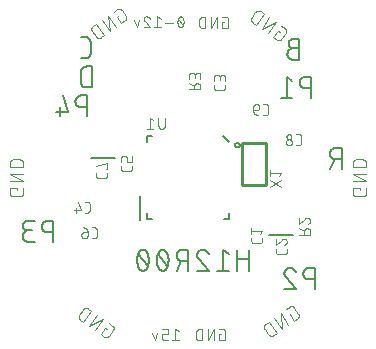
<source format=gbr>
G04 EAGLE Gerber RS-274X export*
G75*
%MOMM*%
%FSLAX34Y34*%
%LPD*%
%INSilkscreen Bottom*%
%IPPOS*%
%AMOC8*
5,1,8,0,0,1.08239X$1,22.5*%
G01*
%ADD10C,0.152400*%
%ADD11C,0.101600*%
%ADD12C,0.076200*%
%ADD13C,0.127000*%
%ADD14C,0.254000*%


D10*
X440225Y455866D02*
X435286Y455866D01*
X435146Y455864D01*
X435007Y455858D01*
X434867Y455848D01*
X434728Y455834D01*
X434589Y455817D01*
X434451Y455795D01*
X434314Y455769D01*
X434177Y455740D01*
X434041Y455707D01*
X433907Y455670D01*
X433773Y455629D01*
X433641Y455584D01*
X433509Y455535D01*
X433380Y455483D01*
X433252Y455428D01*
X433125Y455368D01*
X433000Y455305D01*
X432877Y455239D01*
X432756Y455169D01*
X432637Y455096D01*
X432520Y455019D01*
X432406Y454939D01*
X432293Y454856D01*
X432183Y454770D01*
X432076Y454680D01*
X431971Y454588D01*
X431869Y454493D01*
X431769Y454395D01*
X431672Y454294D01*
X431578Y454190D01*
X431488Y454084D01*
X431400Y453975D01*
X431315Y453864D01*
X431234Y453750D01*
X431155Y453635D01*
X431080Y453517D01*
X431009Y453397D01*
X430941Y453274D01*
X430876Y453151D01*
X430815Y453025D01*
X430757Y452897D01*
X430703Y452769D01*
X430653Y452638D01*
X430606Y452506D01*
X430563Y452373D01*
X430524Y452239D01*
X430489Y452104D01*
X430458Y451968D01*
X430430Y451830D01*
X430407Y451693D01*
X430387Y451554D01*
X430371Y451415D01*
X430359Y451276D01*
X430351Y451137D01*
X430347Y450997D01*
X430347Y450857D01*
X430351Y450717D01*
X430359Y450578D01*
X430371Y450439D01*
X430387Y450300D01*
X430407Y450161D01*
X430430Y450024D01*
X430458Y449886D01*
X430489Y449750D01*
X430524Y449615D01*
X430563Y449481D01*
X430606Y449348D01*
X430653Y449216D01*
X430703Y449085D01*
X430757Y448957D01*
X430815Y448829D01*
X430876Y448703D01*
X430941Y448580D01*
X431009Y448458D01*
X431080Y448337D01*
X431155Y448219D01*
X431234Y448104D01*
X431315Y447990D01*
X431400Y447879D01*
X431488Y447770D01*
X431578Y447664D01*
X431672Y447560D01*
X431769Y447459D01*
X431869Y447361D01*
X431971Y447266D01*
X432076Y447174D01*
X432183Y447084D01*
X432293Y446998D01*
X432406Y446915D01*
X432520Y446835D01*
X432637Y446758D01*
X432756Y446685D01*
X432877Y446615D01*
X433000Y446549D01*
X433125Y446486D01*
X433252Y446426D01*
X433380Y446371D01*
X433509Y446319D01*
X433641Y446270D01*
X433773Y446225D01*
X433907Y446184D01*
X434041Y446147D01*
X434177Y446114D01*
X434314Y446085D01*
X434451Y446059D01*
X434589Y446037D01*
X434728Y446020D01*
X434867Y446006D01*
X435007Y445996D01*
X435146Y445990D01*
X435286Y445988D01*
X440225Y445988D01*
X440225Y463768D01*
X435286Y463768D01*
X435162Y463766D01*
X435038Y463760D01*
X434914Y463750D01*
X434791Y463737D01*
X434668Y463719D01*
X434546Y463698D01*
X434424Y463673D01*
X434303Y463644D01*
X434184Y463611D01*
X434065Y463575D01*
X433948Y463534D01*
X433832Y463491D01*
X433717Y463443D01*
X433604Y463392D01*
X433492Y463337D01*
X433383Y463279D01*
X433275Y463218D01*
X433169Y463153D01*
X433065Y463085D01*
X432964Y463013D01*
X432864Y462939D01*
X432768Y462861D01*
X432673Y462781D01*
X432581Y462697D01*
X432492Y462611D01*
X432406Y462522D01*
X432322Y462430D01*
X432242Y462335D01*
X432164Y462239D01*
X432090Y462139D01*
X432018Y462038D01*
X431950Y461934D01*
X431885Y461828D01*
X431824Y461720D01*
X431766Y461611D01*
X431711Y461499D01*
X431660Y461386D01*
X431612Y461271D01*
X431569Y461155D01*
X431528Y461038D01*
X431492Y460919D01*
X431459Y460800D01*
X431430Y460679D01*
X431405Y460557D01*
X431384Y460435D01*
X431366Y460312D01*
X431353Y460189D01*
X431343Y460065D01*
X431337Y459941D01*
X431335Y459817D01*
X431337Y459693D01*
X431343Y459569D01*
X431353Y459445D01*
X431366Y459322D01*
X431384Y459199D01*
X431405Y459077D01*
X431430Y458955D01*
X431459Y458834D01*
X431492Y458715D01*
X431528Y458596D01*
X431569Y458479D01*
X431612Y458363D01*
X431660Y458248D01*
X431711Y458135D01*
X431766Y458023D01*
X431824Y457914D01*
X431885Y457806D01*
X431950Y457700D01*
X432018Y457596D01*
X432090Y457495D01*
X432164Y457395D01*
X432242Y457299D01*
X432322Y457204D01*
X432406Y457112D01*
X432492Y457023D01*
X432581Y456937D01*
X432673Y456853D01*
X432768Y456773D01*
X432864Y456695D01*
X432964Y456621D01*
X433065Y456549D01*
X433169Y456481D01*
X433275Y456416D01*
X433383Y456355D01*
X433492Y456297D01*
X433604Y456242D01*
X433717Y456191D01*
X433832Y456143D01*
X433948Y456100D01*
X434065Y456059D01*
X434184Y456023D01*
X434303Y455990D01*
X434424Y455961D01*
X434546Y455936D01*
X434668Y455915D01*
X434791Y455897D01*
X434914Y455884D01*
X435038Y455874D01*
X435162Y455868D01*
X435286Y455866D01*
X476349Y371668D02*
X476349Y353888D01*
X476349Y371668D02*
X471410Y371668D01*
X471270Y371666D01*
X471131Y371660D01*
X470991Y371650D01*
X470852Y371636D01*
X470713Y371619D01*
X470575Y371597D01*
X470438Y371571D01*
X470301Y371542D01*
X470165Y371509D01*
X470031Y371472D01*
X469897Y371431D01*
X469765Y371386D01*
X469633Y371337D01*
X469504Y371285D01*
X469376Y371230D01*
X469249Y371170D01*
X469124Y371107D01*
X469001Y371041D01*
X468880Y370971D01*
X468761Y370898D01*
X468644Y370821D01*
X468530Y370741D01*
X468417Y370658D01*
X468307Y370572D01*
X468200Y370482D01*
X468095Y370390D01*
X467993Y370295D01*
X467893Y370197D01*
X467796Y370096D01*
X467702Y369992D01*
X467612Y369886D01*
X467524Y369777D01*
X467439Y369666D01*
X467358Y369552D01*
X467279Y369437D01*
X467204Y369319D01*
X467133Y369199D01*
X467065Y369076D01*
X467000Y368953D01*
X466939Y368827D01*
X466881Y368699D01*
X466827Y368571D01*
X466777Y368440D01*
X466730Y368308D01*
X466687Y368175D01*
X466648Y368041D01*
X466613Y367906D01*
X466582Y367770D01*
X466554Y367632D01*
X466531Y367495D01*
X466511Y367356D01*
X466495Y367217D01*
X466483Y367078D01*
X466475Y366939D01*
X466471Y366799D01*
X466471Y366659D01*
X466475Y366519D01*
X466483Y366380D01*
X466495Y366241D01*
X466511Y366102D01*
X466531Y365963D01*
X466554Y365826D01*
X466582Y365688D01*
X466613Y365552D01*
X466648Y365417D01*
X466687Y365283D01*
X466730Y365150D01*
X466777Y365018D01*
X466827Y364887D01*
X466881Y364759D01*
X466939Y364631D01*
X467000Y364505D01*
X467065Y364382D01*
X467133Y364260D01*
X467204Y364139D01*
X467279Y364021D01*
X467358Y363906D01*
X467439Y363792D01*
X467524Y363681D01*
X467612Y363572D01*
X467702Y363466D01*
X467796Y363362D01*
X467893Y363261D01*
X467993Y363163D01*
X468095Y363068D01*
X468200Y362976D01*
X468307Y362886D01*
X468417Y362800D01*
X468530Y362717D01*
X468644Y362637D01*
X468761Y362560D01*
X468880Y362487D01*
X469001Y362417D01*
X469124Y362351D01*
X469249Y362288D01*
X469376Y362228D01*
X469504Y362173D01*
X469633Y362121D01*
X469765Y362072D01*
X469897Y362027D01*
X470031Y361986D01*
X470165Y361949D01*
X470301Y361916D01*
X470438Y361887D01*
X470575Y361861D01*
X470713Y361839D01*
X470852Y361822D01*
X470991Y361808D01*
X471131Y361798D01*
X471270Y361792D01*
X471410Y361790D01*
X476349Y361790D01*
X470422Y361790D02*
X466471Y353888D01*
X265267Y422516D02*
X265267Y440296D01*
X260329Y440296D01*
X260190Y440294D01*
X260052Y440288D01*
X259914Y440279D01*
X259776Y440265D01*
X259639Y440248D01*
X259502Y440226D01*
X259365Y440201D01*
X259230Y440172D01*
X259095Y440139D01*
X258962Y440103D01*
X258829Y440063D01*
X258698Y440019D01*
X258568Y439971D01*
X258439Y439920D01*
X258312Y439865D01*
X258186Y439807D01*
X258062Y439745D01*
X257940Y439680D01*
X257820Y439611D01*
X257701Y439539D01*
X257585Y439464D01*
X257471Y439385D01*
X257359Y439303D01*
X257250Y439218D01*
X257142Y439131D01*
X257038Y439040D01*
X256936Y438946D01*
X256837Y438849D01*
X256740Y438750D01*
X256646Y438648D01*
X256555Y438544D01*
X256468Y438436D01*
X256383Y438327D01*
X256301Y438215D01*
X256222Y438101D01*
X256147Y437985D01*
X256075Y437866D01*
X256006Y437746D01*
X255941Y437624D01*
X255879Y437500D01*
X255821Y437374D01*
X255766Y437247D01*
X255715Y437118D01*
X255667Y436988D01*
X255623Y436857D01*
X255583Y436724D01*
X255547Y436591D01*
X255514Y436456D01*
X255485Y436321D01*
X255460Y436184D01*
X255438Y436047D01*
X255421Y435910D01*
X255407Y435772D01*
X255398Y435634D01*
X255392Y435496D01*
X255390Y435357D01*
X255390Y427455D01*
X255392Y427316D01*
X255398Y427178D01*
X255407Y427040D01*
X255421Y426902D01*
X255438Y426765D01*
X255460Y426628D01*
X255485Y426491D01*
X255514Y426356D01*
X255547Y426221D01*
X255583Y426088D01*
X255623Y425955D01*
X255667Y425824D01*
X255715Y425694D01*
X255766Y425565D01*
X255821Y425438D01*
X255879Y425312D01*
X255941Y425188D01*
X256006Y425066D01*
X256075Y424946D01*
X256147Y424827D01*
X256222Y424711D01*
X256301Y424597D01*
X256383Y424485D01*
X256468Y424376D01*
X256555Y424268D01*
X256646Y424164D01*
X256740Y424062D01*
X256837Y423963D01*
X256936Y423866D01*
X257038Y423772D01*
X257142Y423681D01*
X257250Y423594D01*
X257359Y423509D01*
X257471Y423427D01*
X257585Y423348D01*
X257701Y423273D01*
X257820Y423201D01*
X257940Y423132D01*
X258062Y423067D01*
X258186Y423005D01*
X258312Y422947D01*
X258439Y422892D01*
X258568Y422841D01*
X258698Y422793D01*
X258829Y422749D01*
X258962Y422709D01*
X259095Y422673D01*
X259230Y422640D01*
X259365Y422611D01*
X259502Y422586D01*
X259639Y422564D01*
X259776Y422547D01*
X259914Y422533D01*
X260052Y422524D01*
X260190Y422518D01*
X260329Y422516D01*
X265267Y422516D01*
X259820Y447378D02*
X255869Y447378D01*
X259820Y447378D02*
X259944Y447380D01*
X260068Y447386D01*
X260192Y447396D01*
X260315Y447409D01*
X260438Y447427D01*
X260560Y447448D01*
X260682Y447473D01*
X260803Y447502D01*
X260922Y447535D01*
X261041Y447571D01*
X261158Y447612D01*
X261274Y447655D01*
X261389Y447703D01*
X261502Y447754D01*
X261614Y447809D01*
X261723Y447867D01*
X261831Y447928D01*
X261937Y447993D01*
X262041Y448061D01*
X262142Y448133D01*
X262242Y448207D01*
X262338Y448285D01*
X262433Y448365D01*
X262525Y448449D01*
X262614Y448535D01*
X262700Y448624D01*
X262784Y448716D01*
X262864Y448811D01*
X262942Y448907D01*
X263016Y449007D01*
X263088Y449108D01*
X263156Y449212D01*
X263221Y449318D01*
X263282Y449426D01*
X263340Y449535D01*
X263395Y449647D01*
X263446Y449760D01*
X263494Y449875D01*
X263537Y449991D01*
X263578Y450108D01*
X263614Y450227D01*
X263647Y450346D01*
X263676Y450467D01*
X263701Y450589D01*
X263722Y450711D01*
X263740Y450834D01*
X263753Y450957D01*
X263763Y451081D01*
X263769Y451205D01*
X263771Y451329D01*
X263771Y461207D01*
X263769Y461331D01*
X263763Y461455D01*
X263753Y461579D01*
X263740Y461702D01*
X263722Y461825D01*
X263701Y461947D01*
X263676Y462069D01*
X263647Y462190D01*
X263614Y462309D01*
X263578Y462428D01*
X263537Y462545D01*
X263494Y462661D01*
X263446Y462776D01*
X263395Y462889D01*
X263340Y463001D01*
X263282Y463110D01*
X263221Y463218D01*
X263156Y463324D01*
X263088Y463428D01*
X263016Y463529D01*
X262942Y463629D01*
X262864Y463725D01*
X262784Y463820D01*
X262700Y463912D01*
X262614Y464001D01*
X262525Y464087D01*
X262433Y464171D01*
X262338Y464251D01*
X262242Y464329D01*
X262142Y464403D01*
X262041Y464475D01*
X261937Y464543D01*
X261831Y464608D01*
X261723Y464669D01*
X261614Y464727D01*
X261502Y464782D01*
X261389Y464833D01*
X261275Y464881D01*
X261158Y464924D01*
X261041Y464965D01*
X260922Y465001D01*
X260803Y465034D01*
X260682Y465063D01*
X260560Y465088D01*
X260438Y465109D01*
X260315Y465127D01*
X260192Y465140D01*
X260068Y465150D01*
X259944Y465156D01*
X259820Y465158D01*
X255869Y465158D01*
D11*
X422183Y470602D02*
X423778Y469485D01*
X422183Y470602D02*
X418460Y465285D01*
X421650Y463051D01*
X421733Y462996D01*
X421817Y462944D01*
X421904Y462895D01*
X421992Y462849D01*
X422082Y462807D01*
X422174Y462768D01*
X422267Y462733D01*
X422361Y462701D01*
X422456Y462673D01*
X422553Y462649D01*
X422650Y462628D01*
X422748Y462612D01*
X422847Y462598D01*
X422946Y462589D01*
X423045Y462584D01*
X423145Y462582D01*
X423244Y462584D01*
X423343Y462590D01*
X423442Y462600D01*
X423541Y462613D01*
X423639Y462631D01*
X423736Y462652D01*
X423832Y462676D01*
X423928Y462705D01*
X424022Y462737D01*
X424115Y462772D01*
X424206Y462811D01*
X424296Y462854D01*
X424384Y462900D01*
X424470Y462949D01*
X424555Y463002D01*
X424637Y463058D01*
X424717Y463117D01*
X424795Y463179D01*
X424870Y463244D01*
X424943Y463311D01*
X425013Y463382D01*
X425081Y463455D01*
X425145Y463531D01*
X425207Y463609D01*
X425266Y463689D01*
X428989Y469006D01*
X429044Y469089D01*
X429096Y469173D01*
X429145Y469260D01*
X429191Y469348D01*
X429233Y469438D01*
X429272Y469530D01*
X429307Y469623D01*
X429339Y469717D01*
X429367Y469812D01*
X429391Y469909D01*
X429412Y470006D01*
X429428Y470104D01*
X429442Y470203D01*
X429451Y470302D01*
X429456Y470401D01*
X429458Y470501D01*
X429456Y470600D01*
X429450Y470699D01*
X429440Y470798D01*
X429427Y470897D01*
X429409Y470995D01*
X429388Y471092D01*
X429364Y471188D01*
X429335Y471284D01*
X429303Y471378D01*
X429268Y471471D01*
X429229Y471562D01*
X429186Y471652D01*
X429140Y471740D01*
X429091Y471826D01*
X429038Y471911D01*
X428982Y471993D01*
X428923Y472073D01*
X428861Y472151D01*
X428796Y472226D01*
X428729Y472299D01*
X428658Y472369D01*
X428585Y472437D01*
X428509Y472501D01*
X428431Y472563D01*
X428351Y472622D01*
X428352Y472622D02*
X425161Y474856D01*
X420492Y478126D02*
X413790Y468555D01*
X408473Y472278D02*
X420492Y478126D01*
X415174Y481849D02*
X408473Y472278D01*
X403803Y475548D02*
X410504Y485119D01*
X407846Y486980D01*
X407846Y486981D02*
X407752Y487044D01*
X407656Y487104D01*
X407558Y487161D01*
X407458Y487214D01*
X407356Y487264D01*
X407252Y487310D01*
X407147Y487352D01*
X407041Y487391D01*
X406933Y487426D01*
X406824Y487457D01*
X406714Y487485D01*
X406603Y487508D01*
X406492Y487528D01*
X406380Y487544D01*
X406267Y487556D01*
X406154Y487564D01*
X406041Y487568D01*
X405927Y487568D01*
X405814Y487564D01*
X405701Y487556D01*
X405588Y487544D01*
X405476Y487528D01*
X405365Y487508D01*
X405254Y487485D01*
X405144Y487457D01*
X405035Y487426D01*
X404927Y487391D01*
X404821Y487352D01*
X404716Y487310D01*
X404612Y487264D01*
X404510Y487214D01*
X404410Y487161D01*
X404312Y487104D01*
X404216Y487044D01*
X404122Y486981D01*
X404031Y486914D01*
X403941Y486845D01*
X403854Y486772D01*
X403770Y486696D01*
X403689Y486617D01*
X403610Y486536D01*
X403534Y486452D01*
X403461Y486365D01*
X403392Y486276D01*
X403325Y486184D01*
X403326Y486183D02*
X400347Y481930D01*
X400284Y481836D01*
X400224Y481740D01*
X400167Y481642D01*
X400114Y481542D01*
X400064Y481440D01*
X400018Y481336D01*
X399976Y481231D01*
X399937Y481125D01*
X399902Y481017D01*
X399871Y480908D01*
X399843Y480798D01*
X399820Y480687D01*
X399800Y480576D01*
X399784Y480464D01*
X399772Y480351D01*
X399764Y480238D01*
X399760Y480125D01*
X399760Y480011D01*
X399764Y479898D01*
X399772Y479785D01*
X399784Y479672D01*
X399800Y479560D01*
X399820Y479449D01*
X399843Y479338D01*
X399871Y479228D01*
X399902Y479119D01*
X399937Y479011D01*
X399976Y478905D01*
X400018Y478800D01*
X400064Y478696D01*
X400114Y478594D01*
X400167Y478494D01*
X400224Y478396D01*
X400284Y478300D01*
X400347Y478206D01*
X400414Y478114D01*
X400483Y478025D01*
X400556Y477938D01*
X400632Y477854D01*
X400711Y477773D01*
X400792Y477694D01*
X400876Y477618D01*
X400963Y477545D01*
X401053Y477476D01*
X401144Y477409D01*
X403803Y475548D01*
X492049Y337254D02*
X492049Y335306D01*
X492049Y337254D02*
X485558Y337254D01*
X485558Y333359D01*
X485560Y333260D01*
X485566Y333160D01*
X485575Y333061D01*
X485588Y332963D01*
X485605Y332865D01*
X485626Y332767D01*
X485651Y332671D01*
X485679Y332576D01*
X485711Y332482D01*
X485746Y332389D01*
X485785Y332297D01*
X485828Y332207D01*
X485873Y332119D01*
X485923Y332032D01*
X485975Y331948D01*
X486031Y331865D01*
X486089Y331785D01*
X486151Y331707D01*
X486216Y331632D01*
X486284Y331559D01*
X486354Y331489D01*
X486427Y331421D01*
X486502Y331356D01*
X486580Y331294D01*
X486660Y331236D01*
X486743Y331180D01*
X486827Y331128D01*
X486914Y331078D01*
X487002Y331033D01*
X487092Y330990D01*
X487184Y330951D01*
X487277Y330916D01*
X487371Y330884D01*
X487466Y330856D01*
X487562Y330831D01*
X487660Y330810D01*
X487758Y330793D01*
X487856Y330780D01*
X487955Y330771D01*
X488055Y330765D01*
X488154Y330763D01*
X494646Y330763D01*
X494745Y330765D01*
X494845Y330771D01*
X494944Y330780D01*
X495042Y330793D01*
X495140Y330810D01*
X495238Y330831D01*
X495334Y330856D01*
X495429Y330884D01*
X495523Y330916D01*
X495616Y330951D01*
X495708Y330990D01*
X495798Y331033D01*
X495886Y331078D01*
X495973Y331128D01*
X496057Y331180D01*
X496140Y331236D01*
X496220Y331294D01*
X496298Y331356D01*
X496373Y331421D01*
X496446Y331489D01*
X496516Y331559D01*
X496584Y331632D01*
X496649Y331707D01*
X496711Y331785D01*
X496769Y331865D01*
X496825Y331948D01*
X496877Y332032D01*
X496927Y332119D01*
X496972Y332207D01*
X497015Y332297D01*
X497054Y332389D01*
X497089Y332481D01*
X497121Y332576D01*
X497149Y332671D01*
X497174Y332767D01*
X497195Y332865D01*
X497212Y332963D01*
X497225Y333061D01*
X497234Y333160D01*
X497240Y333260D01*
X497242Y333359D01*
X497242Y337254D01*
X497242Y342954D02*
X485558Y342954D01*
X485558Y349446D02*
X497242Y342954D01*
X497242Y349446D02*
X485558Y349446D01*
X485558Y355146D02*
X497242Y355146D01*
X497242Y358392D01*
X497240Y358505D01*
X497234Y358618D01*
X497224Y358731D01*
X497210Y358844D01*
X497193Y358956D01*
X497171Y359067D01*
X497146Y359177D01*
X497116Y359287D01*
X497083Y359395D01*
X497046Y359502D01*
X497006Y359608D01*
X496961Y359712D01*
X496913Y359815D01*
X496862Y359916D01*
X496807Y360015D01*
X496749Y360112D01*
X496687Y360207D01*
X496622Y360300D01*
X496554Y360390D01*
X496483Y360478D01*
X496408Y360564D01*
X496331Y360647D01*
X496251Y360727D01*
X496168Y360804D01*
X496082Y360879D01*
X495994Y360950D01*
X495904Y361018D01*
X495811Y361083D01*
X495716Y361145D01*
X495619Y361203D01*
X495520Y361258D01*
X495419Y361309D01*
X495316Y361357D01*
X495212Y361402D01*
X495106Y361442D01*
X494999Y361479D01*
X494891Y361512D01*
X494781Y361542D01*
X494671Y361567D01*
X494560Y361589D01*
X494448Y361606D01*
X494335Y361620D01*
X494222Y361630D01*
X494109Y361636D01*
X493996Y361638D01*
X488804Y361638D01*
X488691Y361636D01*
X488578Y361630D01*
X488465Y361620D01*
X488352Y361606D01*
X488240Y361589D01*
X488129Y361567D01*
X488019Y361542D01*
X487909Y361512D01*
X487801Y361479D01*
X487694Y361442D01*
X487588Y361402D01*
X487484Y361357D01*
X487381Y361309D01*
X487280Y361258D01*
X487181Y361203D01*
X487084Y361145D01*
X486989Y361083D01*
X486896Y361018D01*
X486806Y360950D01*
X486718Y360879D01*
X486632Y360804D01*
X486549Y360727D01*
X486469Y360647D01*
X486392Y360564D01*
X486317Y360478D01*
X486246Y360390D01*
X486178Y360300D01*
X486113Y360207D01*
X486051Y360112D01*
X485993Y360015D01*
X485938Y359916D01*
X485887Y359815D01*
X485839Y359712D01*
X485794Y359608D01*
X485754Y359502D01*
X485717Y359395D01*
X485684Y359287D01*
X485654Y359177D01*
X485629Y359067D01*
X485607Y358956D01*
X485590Y358844D01*
X485576Y358731D01*
X485566Y358618D01*
X485560Y358505D01*
X485558Y358392D01*
X485558Y355146D01*
X433828Y231471D02*
X432233Y230354D01*
X435956Y225037D01*
X439147Y227271D01*
X439146Y227271D02*
X439226Y227330D01*
X439304Y227392D01*
X439380Y227456D01*
X439453Y227524D01*
X439524Y227594D01*
X439591Y227667D01*
X439656Y227742D01*
X439718Y227820D01*
X439777Y227900D01*
X439833Y227982D01*
X439886Y228067D01*
X439935Y228153D01*
X439981Y228241D01*
X440024Y228331D01*
X440063Y228422D01*
X440098Y228515D01*
X440130Y228609D01*
X440159Y228705D01*
X440183Y228801D01*
X440204Y228898D01*
X440222Y228996D01*
X440235Y229095D01*
X440245Y229194D01*
X440251Y229293D01*
X440253Y229392D01*
X440251Y229492D01*
X440246Y229591D01*
X440236Y229690D01*
X440223Y229789D01*
X440207Y229887D01*
X440186Y229984D01*
X440162Y230081D01*
X440134Y230176D01*
X440102Y230270D01*
X440067Y230363D01*
X440028Y230455D01*
X439986Y230545D01*
X439940Y230633D01*
X439891Y230720D01*
X439839Y230804D01*
X439784Y230887D01*
X436061Y236204D01*
X436002Y236284D01*
X435940Y236362D01*
X435876Y236438D01*
X435808Y236511D01*
X435738Y236582D01*
X435665Y236649D01*
X435590Y236714D01*
X435512Y236776D01*
X435432Y236835D01*
X435350Y236891D01*
X435265Y236944D01*
X435179Y236993D01*
X435091Y237039D01*
X435001Y237082D01*
X434910Y237121D01*
X434817Y237156D01*
X434723Y237188D01*
X434627Y237217D01*
X434531Y237241D01*
X434434Y237262D01*
X434336Y237280D01*
X434237Y237293D01*
X434138Y237303D01*
X434039Y237309D01*
X433940Y237311D01*
X433840Y237309D01*
X433741Y237304D01*
X433642Y237295D01*
X433543Y237281D01*
X433445Y237265D01*
X433348Y237244D01*
X433251Y237220D01*
X433156Y237192D01*
X433062Y237160D01*
X432969Y237125D01*
X432877Y237086D01*
X432787Y237044D01*
X432699Y236998D01*
X432612Y236949D01*
X432528Y236897D01*
X432445Y236842D01*
X429255Y234608D01*
X424585Y231338D02*
X431286Y221767D01*
X425969Y218044D02*
X424585Y231338D01*
X419268Y227615D02*
X425969Y218044D01*
X421299Y214774D02*
X414598Y224345D01*
X411939Y222483D01*
X411939Y222484D02*
X411848Y222417D01*
X411758Y222348D01*
X411671Y222275D01*
X411587Y222199D01*
X411506Y222120D01*
X411427Y222039D01*
X411351Y221955D01*
X411278Y221868D01*
X411209Y221779D01*
X411142Y221687D01*
X411079Y221593D01*
X411019Y221497D01*
X410962Y221399D01*
X410909Y221299D01*
X410859Y221197D01*
X410813Y221093D01*
X410771Y220988D01*
X410732Y220882D01*
X410697Y220774D01*
X410666Y220665D01*
X410638Y220555D01*
X410615Y220444D01*
X410595Y220333D01*
X410579Y220221D01*
X410567Y220108D01*
X410559Y219995D01*
X410555Y219882D01*
X410555Y219768D01*
X410559Y219655D01*
X410567Y219542D01*
X410579Y219429D01*
X410595Y219317D01*
X410615Y219206D01*
X410638Y219095D01*
X410666Y218985D01*
X410697Y218876D01*
X410732Y218768D01*
X410771Y218662D01*
X410813Y218557D01*
X410859Y218453D01*
X410909Y218351D01*
X410962Y218251D01*
X411019Y218153D01*
X411079Y218057D01*
X411142Y217963D01*
X414121Y213709D01*
X414120Y213709D02*
X414187Y213618D01*
X414256Y213528D01*
X414329Y213441D01*
X414405Y213357D01*
X414484Y213276D01*
X414565Y213197D01*
X414649Y213121D01*
X414736Y213048D01*
X414826Y212979D01*
X414917Y212912D01*
X415011Y212849D01*
X415107Y212789D01*
X415205Y212732D01*
X415305Y212679D01*
X415407Y212629D01*
X415511Y212583D01*
X415616Y212541D01*
X415722Y212502D01*
X415830Y212467D01*
X415939Y212436D01*
X416049Y212408D01*
X416160Y212385D01*
X416271Y212365D01*
X416383Y212349D01*
X416496Y212337D01*
X416609Y212329D01*
X416722Y212325D01*
X416836Y212325D01*
X416949Y212329D01*
X417062Y212337D01*
X417175Y212349D01*
X417287Y212365D01*
X417398Y212385D01*
X417509Y212408D01*
X417619Y212436D01*
X417728Y212467D01*
X417836Y212502D01*
X417942Y212541D01*
X418047Y212583D01*
X418151Y212629D01*
X418253Y212679D01*
X418353Y212732D01*
X418451Y212789D01*
X418547Y212849D01*
X418641Y212912D01*
X421299Y214774D01*
X277562Y217831D02*
X275967Y218948D01*
X272244Y213631D01*
X275434Y211397D01*
X275517Y211342D01*
X275601Y211290D01*
X275688Y211241D01*
X275776Y211195D01*
X275866Y211153D01*
X275958Y211114D01*
X276051Y211079D01*
X276145Y211047D01*
X276240Y211019D01*
X276337Y210995D01*
X276434Y210974D01*
X276532Y210958D01*
X276631Y210944D01*
X276730Y210935D01*
X276829Y210930D01*
X276929Y210928D01*
X277028Y210930D01*
X277127Y210936D01*
X277226Y210946D01*
X277325Y210959D01*
X277423Y210977D01*
X277520Y210998D01*
X277616Y211022D01*
X277712Y211051D01*
X277806Y211083D01*
X277899Y211118D01*
X277990Y211157D01*
X278080Y211200D01*
X278168Y211246D01*
X278254Y211295D01*
X278339Y211348D01*
X278421Y211404D01*
X278501Y211463D01*
X278579Y211525D01*
X278654Y211590D01*
X278727Y211657D01*
X278797Y211728D01*
X278865Y211801D01*
X278929Y211877D01*
X278991Y211955D01*
X279050Y212035D01*
X282773Y217352D01*
X282828Y217435D01*
X282880Y217519D01*
X282929Y217606D01*
X282975Y217694D01*
X283017Y217784D01*
X283056Y217876D01*
X283091Y217969D01*
X283123Y218063D01*
X283151Y218158D01*
X283175Y218255D01*
X283196Y218352D01*
X283212Y218450D01*
X283226Y218549D01*
X283235Y218648D01*
X283240Y218747D01*
X283242Y218847D01*
X283240Y218946D01*
X283234Y219045D01*
X283224Y219144D01*
X283211Y219243D01*
X283193Y219341D01*
X283172Y219438D01*
X283148Y219534D01*
X283119Y219630D01*
X283087Y219724D01*
X283052Y219817D01*
X283013Y219908D01*
X282970Y219998D01*
X282924Y220086D01*
X282875Y220172D01*
X282822Y220257D01*
X282766Y220339D01*
X282707Y220419D01*
X282645Y220497D01*
X282580Y220572D01*
X282513Y220645D01*
X282442Y220715D01*
X282369Y220783D01*
X282293Y220847D01*
X282215Y220909D01*
X282135Y220968D01*
X282136Y220968D02*
X278945Y223202D01*
X274276Y226472D02*
X267574Y216901D01*
X262257Y220624D02*
X274276Y226472D01*
X268958Y230195D02*
X262257Y220624D01*
X257587Y223894D02*
X264288Y233465D01*
X261630Y235326D01*
X261630Y235327D02*
X261536Y235390D01*
X261440Y235450D01*
X261342Y235507D01*
X261242Y235560D01*
X261140Y235610D01*
X261036Y235656D01*
X260931Y235698D01*
X260825Y235737D01*
X260717Y235772D01*
X260608Y235803D01*
X260498Y235831D01*
X260387Y235854D01*
X260276Y235874D01*
X260164Y235890D01*
X260051Y235902D01*
X259938Y235910D01*
X259825Y235914D01*
X259711Y235914D01*
X259598Y235910D01*
X259485Y235902D01*
X259372Y235890D01*
X259260Y235874D01*
X259149Y235854D01*
X259038Y235831D01*
X258928Y235803D01*
X258819Y235772D01*
X258711Y235737D01*
X258605Y235698D01*
X258500Y235656D01*
X258396Y235610D01*
X258294Y235560D01*
X258194Y235507D01*
X258096Y235450D01*
X258000Y235390D01*
X257906Y235327D01*
X257815Y235260D01*
X257725Y235191D01*
X257638Y235118D01*
X257554Y235042D01*
X257473Y234963D01*
X257394Y234882D01*
X257318Y234798D01*
X257245Y234711D01*
X257176Y234622D01*
X257109Y234530D01*
X257110Y234529D02*
X254131Y230276D01*
X254068Y230182D01*
X254008Y230086D01*
X253951Y229988D01*
X253898Y229888D01*
X253848Y229786D01*
X253802Y229682D01*
X253760Y229577D01*
X253721Y229471D01*
X253686Y229363D01*
X253655Y229254D01*
X253627Y229144D01*
X253604Y229033D01*
X253584Y228922D01*
X253568Y228810D01*
X253556Y228697D01*
X253548Y228584D01*
X253544Y228471D01*
X253544Y228357D01*
X253548Y228244D01*
X253556Y228131D01*
X253568Y228018D01*
X253584Y227906D01*
X253604Y227795D01*
X253627Y227684D01*
X253655Y227574D01*
X253686Y227465D01*
X253721Y227357D01*
X253760Y227251D01*
X253802Y227146D01*
X253848Y227042D01*
X253898Y226940D01*
X253951Y226840D01*
X254008Y226742D01*
X254068Y226646D01*
X254131Y226552D01*
X254198Y226460D01*
X254267Y226371D01*
X254340Y226284D01*
X254416Y226200D01*
X254495Y226119D01*
X254576Y226040D01*
X254660Y225964D01*
X254747Y225891D01*
X254837Y225822D01*
X254928Y225755D01*
X257587Y223894D01*
X201649Y335306D02*
X201649Y337254D01*
X195158Y337254D01*
X195158Y333359D01*
X195160Y333260D01*
X195166Y333160D01*
X195175Y333061D01*
X195188Y332963D01*
X195205Y332865D01*
X195226Y332767D01*
X195251Y332671D01*
X195279Y332576D01*
X195311Y332482D01*
X195346Y332389D01*
X195385Y332297D01*
X195428Y332207D01*
X195473Y332119D01*
X195523Y332032D01*
X195575Y331948D01*
X195631Y331865D01*
X195689Y331785D01*
X195751Y331707D01*
X195816Y331632D01*
X195884Y331559D01*
X195954Y331489D01*
X196027Y331421D01*
X196102Y331356D01*
X196180Y331294D01*
X196260Y331236D01*
X196343Y331180D01*
X196427Y331128D01*
X196514Y331078D01*
X196602Y331033D01*
X196692Y330990D01*
X196784Y330951D01*
X196877Y330916D01*
X196971Y330884D01*
X197066Y330856D01*
X197162Y330831D01*
X197260Y330810D01*
X197358Y330793D01*
X197456Y330780D01*
X197555Y330771D01*
X197655Y330765D01*
X197754Y330763D01*
X204246Y330763D01*
X204345Y330765D01*
X204445Y330771D01*
X204544Y330780D01*
X204642Y330793D01*
X204740Y330810D01*
X204838Y330831D01*
X204934Y330856D01*
X205029Y330884D01*
X205123Y330916D01*
X205216Y330951D01*
X205308Y330990D01*
X205398Y331033D01*
X205486Y331078D01*
X205573Y331128D01*
X205657Y331180D01*
X205740Y331236D01*
X205820Y331294D01*
X205898Y331356D01*
X205973Y331421D01*
X206046Y331489D01*
X206116Y331559D01*
X206184Y331632D01*
X206249Y331707D01*
X206311Y331785D01*
X206369Y331865D01*
X206425Y331948D01*
X206477Y332032D01*
X206527Y332119D01*
X206572Y332207D01*
X206615Y332297D01*
X206654Y332389D01*
X206689Y332481D01*
X206721Y332576D01*
X206749Y332671D01*
X206774Y332767D01*
X206795Y332865D01*
X206812Y332963D01*
X206825Y333061D01*
X206834Y333160D01*
X206840Y333260D01*
X206842Y333359D01*
X206842Y337254D01*
X206842Y342954D02*
X195158Y342954D01*
X195158Y349446D02*
X206842Y342954D01*
X206842Y349446D02*
X195158Y349446D01*
X195158Y355146D02*
X206842Y355146D01*
X206842Y358392D01*
X206840Y358505D01*
X206834Y358618D01*
X206824Y358731D01*
X206810Y358844D01*
X206793Y358956D01*
X206771Y359067D01*
X206746Y359177D01*
X206716Y359287D01*
X206683Y359395D01*
X206646Y359502D01*
X206606Y359608D01*
X206561Y359712D01*
X206513Y359815D01*
X206462Y359916D01*
X206407Y360015D01*
X206349Y360112D01*
X206287Y360207D01*
X206222Y360300D01*
X206154Y360390D01*
X206083Y360478D01*
X206008Y360564D01*
X205931Y360647D01*
X205851Y360727D01*
X205768Y360804D01*
X205682Y360879D01*
X205594Y360950D01*
X205504Y361018D01*
X205411Y361083D01*
X205316Y361145D01*
X205219Y361203D01*
X205120Y361258D01*
X205019Y361309D01*
X204916Y361357D01*
X204812Y361402D01*
X204706Y361442D01*
X204599Y361479D01*
X204491Y361512D01*
X204381Y361542D01*
X204271Y361567D01*
X204160Y361589D01*
X204048Y361606D01*
X203935Y361620D01*
X203822Y361630D01*
X203709Y361636D01*
X203596Y361638D01*
X198404Y361638D01*
X198291Y361636D01*
X198178Y361630D01*
X198065Y361620D01*
X197952Y361606D01*
X197840Y361589D01*
X197729Y361567D01*
X197619Y361542D01*
X197509Y361512D01*
X197401Y361479D01*
X197294Y361442D01*
X197188Y361402D01*
X197084Y361357D01*
X196981Y361309D01*
X196880Y361258D01*
X196781Y361203D01*
X196684Y361145D01*
X196589Y361083D01*
X196496Y361018D01*
X196406Y360950D01*
X196318Y360879D01*
X196232Y360804D01*
X196149Y360727D01*
X196069Y360647D01*
X195992Y360564D01*
X195917Y360478D01*
X195846Y360390D01*
X195778Y360300D01*
X195713Y360207D01*
X195651Y360112D01*
X195593Y360015D01*
X195538Y359916D01*
X195487Y359815D01*
X195439Y359712D01*
X195394Y359608D01*
X195354Y359502D01*
X195317Y359395D01*
X195284Y359287D01*
X195254Y359177D01*
X195229Y359067D01*
X195207Y358956D01*
X195190Y358844D01*
X195176Y358731D01*
X195166Y358618D01*
X195160Y358505D01*
X195158Y358392D01*
X195158Y355146D01*
X286144Y482389D02*
X287739Y483506D01*
X286144Y482389D02*
X289867Y477072D01*
X293058Y479306D01*
X293057Y479306D02*
X293137Y479365D01*
X293215Y479427D01*
X293291Y479491D01*
X293364Y479559D01*
X293435Y479629D01*
X293502Y479702D01*
X293567Y479777D01*
X293629Y479855D01*
X293688Y479935D01*
X293744Y480017D01*
X293797Y480102D01*
X293846Y480188D01*
X293892Y480276D01*
X293935Y480366D01*
X293974Y480457D01*
X294009Y480550D01*
X294041Y480644D01*
X294070Y480740D01*
X294094Y480836D01*
X294115Y480933D01*
X294133Y481031D01*
X294146Y481130D01*
X294156Y481229D01*
X294162Y481328D01*
X294164Y481427D01*
X294162Y481527D01*
X294157Y481626D01*
X294147Y481725D01*
X294134Y481824D01*
X294118Y481922D01*
X294097Y482019D01*
X294073Y482116D01*
X294045Y482211D01*
X294013Y482305D01*
X293978Y482398D01*
X293939Y482490D01*
X293897Y482580D01*
X293851Y482668D01*
X293802Y482755D01*
X293750Y482839D01*
X293695Y482922D01*
X289972Y488239D01*
X289913Y488319D01*
X289851Y488397D01*
X289787Y488473D01*
X289719Y488546D01*
X289649Y488617D01*
X289576Y488684D01*
X289501Y488749D01*
X289423Y488811D01*
X289343Y488870D01*
X289261Y488926D01*
X289176Y488979D01*
X289090Y489028D01*
X289002Y489074D01*
X288912Y489117D01*
X288821Y489156D01*
X288728Y489191D01*
X288634Y489223D01*
X288538Y489252D01*
X288442Y489276D01*
X288345Y489297D01*
X288247Y489315D01*
X288148Y489328D01*
X288049Y489338D01*
X287950Y489344D01*
X287851Y489346D01*
X287751Y489344D01*
X287652Y489339D01*
X287553Y489330D01*
X287454Y489316D01*
X287356Y489300D01*
X287259Y489279D01*
X287162Y489255D01*
X287067Y489227D01*
X286973Y489195D01*
X286880Y489160D01*
X286788Y489121D01*
X286698Y489079D01*
X286610Y489033D01*
X286523Y488984D01*
X286439Y488932D01*
X286356Y488877D01*
X283166Y486643D01*
X278496Y483373D02*
X285197Y473802D01*
X279880Y470079D02*
X278496Y483373D01*
X273179Y479650D02*
X279880Y470079D01*
X275210Y466809D02*
X268509Y476380D01*
X265850Y474518D01*
X265850Y474519D02*
X265759Y474452D01*
X265669Y474383D01*
X265582Y474310D01*
X265498Y474234D01*
X265417Y474155D01*
X265338Y474074D01*
X265262Y473990D01*
X265189Y473903D01*
X265120Y473814D01*
X265053Y473722D01*
X264990Y473628D01*
X264930Y473532D01*
X264873Y473434D01*
X264820Y473334D01*
X264770Y473232D01*
X264724Y473128D01*
X264682Y473023D01*
X264643Y472917D01*
X264608Y472809D01*
X264577Y472700D01*
X264549Y472590D01*
X264526Y472479D01*
X264506Y472368D01*
X264490Y472256D01*
X264478Y472143D01*
X264470Y472030D01*
X264466Y471917D01*
X264466Y471803D01*
X264470Y471690D01*
X264478Y471577D01*
X264490Y471464D01*
X264506Y471352D01*
X264526Y471241D01*
X264549Y471130D01*
X264577Y471020D01*
X264608Y470911D01*
X264643Y470803D01*
X264682Y470697D01*
X264724Y470592D01*
X264770Y470488D01*
X264820Y470386D01*
X264873Y470286D01*
X264930Y470188D01*
X264990Y470092D01*
X265053Y469998D01*
X268032Y465744D01*
X268031Y465744D02*
X268098Y465653D01*
X268167Y465563D01*
X268240Y465476D01*
X268316Y465392D01*
X268395Y465311D01*
X268476Y465232D01*
X268560Y465156D01*
X268647Y465083D01*
X268737Y465014D01*
X268828Y464947D01*
X268922Y464884D01*
X269018Y464824D01*
X269116Y464767D01*
X269216Y464714D01*
X269318Y464664D01*
X269422Y464618D01*
X269527Y464576D01*
X269633Y464537D01*
X269741Y464502D01*
X269850Y464471D01*
X269960Y464443D01*
X270071Y464420D01*
X270182Y464400D01*
X270294Y464384D01*
X270407Y464372D01*
X270520Y464364D01*
X270633Y464360D01*
X270747Y464360D01*
X270860Y464364D01*
X270973Y464372D01*
X271086Y464384D01*
X271198Y464400D01*
X271309Y464420D01*
X271420Y464443D01*
X271530Y464471D01*
X271639Y464502D01*
X271747Y464537D01*
X271853Y464576D01*
X271958Y464618D01*
X272062Y464664D01*
X272164Y464714D01*
X272264Y464767D01*
X272362Y464824D01*
X272458Y464884D01*
X272552Y464947D01*
X275210Y466809D01*
D10*
X450678Y431702D02*
X450678Y413922D01*
X450678Y431702D02*
X445740Y431702D01*
X445600Y431700D01*
X445461Y431694D01*
X445321Y431684D01*
X445182Y431670D01*
X445043Y431653D01*
X444905Y431631D01*
X444768Y431605D01*
X444631Y431576D01*
X444495Y431543D01*
X444361Y431506D01*
X444227Y431465D01*
X444095Y431420D01*
X443963Y431371D01*
X443834Y431319D01*
X443706Y431264D01*
X443579Y431204D01*
X443454Y431141D01*
X443331Y431075D01*
X443210Y431005D01*
X443091Y430932D01*
X442974Y430855D01*
X442860Y430775D01*
X442747Y430692D01*
X442637Y430606D01*
X442530Y430516D01*
X442425Y430424D01*
X442323Y430329D01*
X442223Y430231D01*
X442126Y430130D01*
X442032Y430026D01*
X441942Y429920D01*
X441854Y429811D01*
X441769Y429700D01*
X441688Y429586D01*
X441609Y429471D01*
X441534Y429353D01*
X441463Y429233D01*
X441395Y429110D01*
X441330Y428987D01*
X441269Y428861D01*
X441211Y428733D01*
X441157Y428605D01*
X441107Y428474D01*
X441060Y428342D01*
X441017Y428209D01*
X440978Y428075D01*
X440943Y427940D01*
X440912Y427804D01*
X440884Y427666D01*
X440861Y427529D01*
X440841Y427390D01*
X440825Y427251D01*
X440813Y427112D01*
X440805Y426973D01*
X440801Y426833D01*
X440801Y426693D01*
X440805Y426553D01*
X440813Y426414D01*
X440825Y426275D01*
X440841Y426136D01*
X440861Y425997D01*
X440884Y425860D01*
X440912Y425722D01*
X440943Y425586D01*
X440978Y425451D01*
X441017Y425317D01*
X441060Y425184D01*
X441107Y425052D01*
X441157Y424921D01*
X441211Y424793D01*
X441269Y424665D01*
X441330Y424539D01*
X441395Y424416D01*
X441463Y424294D01*
X441534Y424173D01*
X441609Y424055D01*
X441688Y423940D01*
X441769Y423826D01*
X441854Y423715D01*
X441942Y423606D01*
X442032Y423500D01*
X442126Y423396D01*
X442223Y423295D01*
X442323Y423197D01*
X442425Y423102D01*
X442530Y423010D01*
X442637Y422920D01*
X442747Y422834D01*
X442860Y422751D01*
X442974Y422671D01*
X443091Y422594D01*
X443210Y422521D01*
X443331Y422451D01*
X443454Y422385D01*
X443579Y422322D01*
X443706Y422262D01*
X443834Y422207D01*
X443963Y422155D01*
X444095Y422106D01*
X444227Y422061D01*
X444361Y422020D01*
X444495Y421983D01*
X444631Y421950D01*
X444768Y421921D01*
X444905Y421895D01*
X445043Y421873D01*
X445182Y421856D01*
X445321Y421842D01*
X445461Y421832D01*
X445600Y421826D01*
X445740Y421824D01*
X450678Y421824D01*
X434683Y427751D02*
X429744Y431702D01*
X429744Y413922D01*
X424806Y413922D02*
X434683Y413922D01*
X453726Y269842D02*
X453726Y252062D01*
X453726Y269842D02*
X448788Y269842D01*
X448648Y269840D01*
X448509Y269834D01*
X448369Y269824D01*
X448230Y269810D01*
X448091Y269793D01*
X447953Y269771D01*
X447816Y269745D01*
X447679Y269716D01*
X447543Y269683D01*
X447409Y269646D01*
X447275Y269605D01*
X447143Y269560D01*
X447011Y269511D01*
X446882Y269459D01*
X446754Y269404D01*
X446627Y269344D01*
X446502Y269281D01*
X446379Y269215D01*
X446258Y269145D01*
X446139Y269072D01*
X446022Y268995D01*
X445908Y268915D01*
X445795Y268832D01*
X445685Y268746D01*
X445578Y268656D01*
X445473Y268564D01*
X445371Y268469D01*
X445271Y268371D01*
X445174Y268270D01*
X445080Y268166D01*
X444990Y268060D01*
X444902Y267951D01*
X444817Y267840D01*
X444736Y267726D01*
X444657Y267611D01*
X444582Y267493D01*
X444511Y267373D01*
X444443Y267250D01*
X444378Y267127D01*
X444317Y267001D01*
X444259Y266873D01*
X444205Y266745D01*
X444155Y266614D01*
X444108Y266482D01*
X444065Y266349D01*
X444026Y266215D01*
X443991Y266080D01*
X443960Y265944D01*
X443932Y265806D01*
X443909Y265669D01*
X443889Y265530D01*
X443873Y265391D01*
X443861Y265252D01*
X443853Y265113D01*
X443849Y264973D01*
X443849Y264833D01*
X443853Y264693D01*
X443861Y264554D01*
X443873Y264415D01*
X443889Y264276D01*
X443909Y264137D01*
X443932Y264000D01*
X443960Y263862D01*
X443991Y263726D01*
X444026Y263591D01*
X444065Y263457D01*
X444108Y263324D01*
X444155Y263192D01*
X444205Y263061D01*
X444259Y262933D01*
X444317Y262805D01*
X444378Y262679D01*
X444443Y262556D01*
X444511Y262434D01*
X444582Y262313D01*
X444657Y262195D01*
X444736Y262080D01*
X444817Y261966D01*
X444902Y261855D01*
X444990Y261746D01*
X445080Y261640D01*
X445174Y261536D01*
X445271Y261435D01*
X445371Y261337D01*
X445473Y261242D01*
X445578Y261150D01*
X445685Y261060D01*
X445795Y260974D01*
X445908Y260891D01*
X446022Y260811D01*
X446139Y260734D01*
X446258Y260661D01*
X446379Y260591D01*
X446502Y260525D01*
X446627Y260462D01*
X446754Y260402D01*
X446882Y260347D01*
X447011Y260295D01*
X447143Y260246D01*
X447275Y260201D01*
X447409Y260160D01*
X447543Y260123D01*
X447679Y260090D01*
X447816Y260061D01*
X447953Y260035D01*
X448091Y260013D01*
X448230Y259996D01*
X448369Y259982D01*
X448509Y259972D01*
X448648Y259966D01*
X448788Y259964D01*
X453726Y259964D01*
X432299Y269842D02*
X432167Y269840D01*
X432036Y269834D01*
X431904Y269824D01*
X431773Y269811D01*
X431643Y269793D01*
X431513Y269772D01*
X431383Y269747D01*
X431255Y269718D01*
X431127Y269685D01*
X431001Y269648D01*
X430875Y269608D01*
X430751Y269564D01*
X430628Y269516D01*
X430507Y269465D01*
X430387Y269410D01*
X430269Y269352D01*
X430153Y269290D01*
X430039Y269224D01*
X429926Y269156D01*
X429816Y269084D01*
X429708Y269009D01*
X429602Y268930D01*
X429498Y268849D01*
X429397Y268764D01*
X429299Y268677D01*
X429203Y268586D01*
X429110Y268493D01*
X429019Y268397D01*
X428932Y268299D01*
X428847Y268198D01*
X428766Y268094D01*
X428687Y267988D01*
X428612Y267880D01*
X428540Y267770D01*
X428472Y267657D01*
X428406Y267543D01*
X428344Y267427D01*
X428286Y267309D01*
X428231Y267189D01*
X428180Y267068D01*
X428132Y266945D01*
X428088Y266821D01*
X428048Y266695D01*
X428011Y266569D01*
X427978Y266441D01*
X427949Y266313D01*
X427924Y266183D01*
X427903Y266053D01*
X427885Y265923D01*
X427872Y265792D01*
X427862Y265660D01*
X427856Y265529D01*
X427854Y265397D01*
X432299Y269842D02*
X432449Y269840D01*
X432598Y269834D01*
X432747Y269824D01*
X432896Y269811D01*
X433045Y269793D01*
X433193Y269772D01*
X433341Y269746D01*
X433487Y269717D01*
X433633Y269684D01*
X433778Y269647D01*
X433922Y269606D01*
X434065Y269562D01*
X434207Y269514D01*
X434347Y269462D01*
X434486Y269407D01*
X434624Y269348D01*
X434759Y269285D01*
X434894Y269219D01*
X435026Y269149D01*
X435156Y269076D01*
X435285Y268999D01*
X435412Y268919D01*
X435536Y268836D01*
X435658Y268750D01*
X435778Y268660D01*
X435895Y268567D01*
X436010Y268472D01*
X436123Y268373D01*
X436233Y268271D01*
X436340Y268167D01*
X436444Y268060D01*
X436546Y267950D01*
X436644Y267837D01*
X436740Y267722D01*
X436832Y267604D01*
X436922Y267484D01*
X437008Y267362D01*
X437091Y267238D01*
X437171Y267111D01*
X437247Y266983D01*
X437320Y266852D01*
X437390Y266719D01*
X437456Y266585D01*
X437518Y266449D01*
X437577Y266312D01*
X437633Y266173D01*
X437684Y266032D01*
X437732Y265891D01*
X429336Y261940D02*
X429240Y262033D01*
X429148Y262129D01*
X429058Y262228D01*
X428971Y262329D01*
X428887Y262432D01*
X428805Y262537D01*
X428727Y262645D01*
X428652Y262755D01*
X428579Y262867D01*
X428510Y262981D01*
X428444Y263097D01*
X428382Y263215D01*
X428323Y263334D01*
X428267Y263455D01*
X428214Y263578D01*
X428165Y263702D01*
X428120Y263827D01*
X428077Y263954D01*
X428039Y264081D01*
X428004Y264210D01*
X427973Y264339D01*
X427945Y264470D01*
X427921Y264601D01*
X427900Y264733D01*
X427884Y264865D01*
X427871Y264998D01*
X427861Y265131D01*
X427856Y265264D01*
X427854Y265397D01*
X429335Y261940D02*
X437731Y252062D01*
X427854Y252062D01*
X232288Y291940D02*
X232288Y309720D01*
X227350Y309720D01*
X227210Y309718D01*
X227071Y309712D01*
X226931Y309702D01*
X226792Y309688D01*
X226653Y309671D01*
X226515Y309649D01*
X226378Y309623D01*
X226241Y309594D01*
X226105Y309561D01*
X225971Y309524D01*
X225837Y309483D01*
X225705Y309438D01*
X225573Y309389D01*
X225444Y309337D01*
X225316Y309282D01*
X225189Y309222D01*
X225064Y309159D01*
X224941Y309093D01*
X224820Y309023D01*
X224701Y308950D01*
X224584Y308873D01*
X224470Y308793D01*
X224357Y308710D01*
X224247Y308624D01*
X224140Y308534D01*
X224035Y308442D01*
X223933Y308347D01*
X223833Y308249D01*
X223736Y308148D01*
X223642Y308044D01*
X223552Y307938D01*
X223464Y307829D01*
X223379Y307718D01*
X223298Y307604D01*
X223219Y307489D01*
X223144Y307371D01*
X223073Y307251D01*
X223005Y307128D01*
X222940Y307005D01*
X222879Y306879D01*
X222821Y306751D01*
X222767Y306623D01*
X222717Y306492D01*
X222670Y306360D01*
X222627Y306227D01*
X222588Y306093D01*
X222553Y305958D01*
X222522Y305822D01*
X222494Y305684D01*
X222471Y305547D01*
X222451Y305408D01*
X222435Y305269D01*
X222423Y305130D01*
X222415Y304991D01*
X222411Y304851D01*
X222411Y304711D01*
X222415Y304571D01*
X222423Y304432D01*
X222435Y304293D01*
X222451Y304154D01*
X222471Y304015D01*
X222494Y303878D01*
X222522Y303740D01*
X222553Y303604D01*
X222588Y303469D01*
X222627Y303335D01*
X222670Y303202D01*
X222717Y303070D01*
X222767Y302939D01*
X222821Y302811D01*
X222879Y302683D01*
X222940Y302557D01*
X223005Y302434D01*
X223073Y302312D01*
X223144Y302191D01*
X223219Y302073D01*
X223298Y301958D01*
X223379Y301844D01*
X223464Y301733D01*
X223552Y301624D01*
X223642Y301518D01*
X223736Y301414D01*
X223833Y301313D01*
X223933Y301215D01*
X224035Y301120D01*
X224140Y301028D01*
X224247Y300938D01*
X224357Y300852D01*
X224470Y300769D01*
X224584Y300689D01*
X224701Y300612D01*
X224820Y300539D01*
X224941Y300469D01*
X225064Y300403D01*
X225189Y300340D01*
X225316Y300280D01*
X225444Y300225D01*
X225573Y300173D01*
X225705Y300124D01*
X225837Y300079D01*
X225971Y300038D01*
X226105Y300001D01*
X226241Y299968D01*
X226378Y299939D01*
X226515Y299913D01*
X226653Y299891D01*
X226792Y299874D01*
X226931Y299860D01*
X227071Y299850D01*
X227210Y299844D01*
X227350Y299842D01*
X232288Y299842D01*
X216293Y291940D02*
X211354Y291940D01*
X211214Y291942D01*
X211075Y291948D01*
X210935Y291958D01*
X210796Y291972D01*
X210657Y291989D01*
X210519Y292011D01*
X210382Y292037D01*
X210245Y292066D01*
X210109Y292099D01*
X209975Y292136D01*
X209841Y292177D01*
X209709Y292222D01*
X209577Y292271D01*
X209448Y292323D01*
X209320Y292378D01*
X209193Y292438D01*
X209068Y292501D01*
X208945Y292567D01*
X208824Y292637D01*
X208705Y292710D01*
X208588Y292787D01*
X208474Y292867D01*
X208361Y292950D01*
X208251Y293036D01*
X208144Y293126D01*
X208039Y293218D01*
X207937Y293313D01*
X207837Y293411D01*
X207740Y293512D01*
X207646Y293616D01*
X207556Y293722D01*
X207468Y293831D01*
X207383Y293942D01*
X207302Y294056D01*
X207223Y294171D01*
X207148Y294289D01*
X207077Y294410D01*
X207009Y294532D01*
X206944Y294655D01*
X206883Y294781D01*
X206825Y294909D01*
X206771Y295037D01*
X206721Y295168D01*
X206674Y295300D01*
X206631Y295433D01*
X206592Y295567D01*
X206557Y295702D01*
X206526Y295838D01*
X206498Y295976D01*
X206475Y296113D01*
X206455Y296252D01*
X206439Y296391D01*
X206427Y296530D01*
X206419Y296669D01*
X206415Y296809D01*
X206415Y296949D01*
X206419Y297089D01*
X206427Y297228D01*
X206439Y297367D01*
X206455Y297506D01*
X206475Y297645D01*
X206498Y297782D01*
X206526Y297920D01*
X206557Y298056D01*
X206592Y298191D01*
X206631Y298325D01*
X206674Y298458D01*
X206721Y298590D01*
X206771Y298721D01*
X206825Y298849D01*
X206883Y298977D01*
X206944Y299103D01*
X207009Y299226D01*
X207077Y299349D01*
X207148Y299469D01*
X207223Y299587D01*
X207302Y299702D01*
X207383Y299816D01*
X207468Y299927D01*
X207556Y300036D01*
X207646Y300142D01*
X207740Y300246D01*
X207837Y300347D01*
X207937Y300445D01*
X208039Y300540D01*
X208144Y300632D01*
X208251Y300722D01*
X208361Y300808D01*
X208474Y300891D01*
X208588Y300971D01*
X208705Y301048D01*
X208824Y301121D01*
X208945Y301191D01*
X209068Y301257D01*
X209193Y301320D01*
X209320Y301380D01*
X209448Y301435D01*
X209577Y301487D01*
X209709Y301536D01*
X209841Y301581D01*
X209975Y301622D01*
X210109Y301659D01*
X210245Y301692D01*
X210382Y301721D01*
X210519Y301747D01*
X210657Y301769D01*
X210796Y301786D01*
X210935Y301800D01*
X211075Y301810D01*
X211214Y301816D01*
X211354Y301818D01*
X210367Y309720D02*
X216293Y309720D01*
X210367Y309720D02*
X210243Y309718D01*
X210119Y309712D01*
X209995Y309702D01*
X209872Y309689D01*
X209749Y309671D01*
X209627Y309650D01*
X209505Y309625D01*
X209384Y309596D01*
X209265Y309563D01*
X209146Y309527D01*
X209029Y309486D01*
X208913Y309443D01*
X208798Y309395D01*
X208685Y309344D01*
X208573Y309289D01*
X208464Y309231D01*
X208356Y309170D01*
X208250Y309105D01*
X208146Y309037D01*
X208045Y308965D01*
X207945Y308891D01*
X207849Y308813D01*
X207754Y308733D01*
X207662Y308649D01*
X207573Y308563D01*
X207487Y308474D01*
X207403Y308382D01*
X207323Y308287D01*
X207245Y308191D01*
X207171Y308091D01*
X207099Y307990D01*
X207031Y307886D01*
X206966Y307780D01*
X206905Y307672D01*
X206847Y307563D01*
X206792Y307451D01*
X206741Y307338D01*
X206693Y307223D01*
X206650Y307107D01*
X206609Y306990D01*
X206573Y306871D01*
X206540Y306752D01*
X206511Y306631D01*
X206486Y306509D01*
X206465Y306387D01*
X206447Y306264D01*
X206434Y306141D01*
X206424Y306017D01*
X206418Y305893D01*
X206416Y305769D01*
X206418Y305645D01*
X206424Y305521D01*
X206434Y305397D01*
X206447Y305274D01*
X206465Y305151D01*
X206486Y305029D01*
X206511Y304907D01*
X206540Y304786D01*
X206573Y304667D01*
X206609Y304548D01*
X206650Y304431D01*
X206693Y304315D01*
X206741Y304200D01*
X206792Y304087D01*
X206847Y303975D01*
X206905Y303866D01*
X206966Y303758D01*
X207031Y303652D01*
X207099Y303548D01*
X207171Y303447D01*
X207245Y303347D01*
X207323Y303251D01*
X207403Y303156D01*
X207487Y303064D01*
X207573Y302975D01*
X207662Y302889D01*
X207754Y302805D01*
X207849Y302725D01*
X207945Y302647D01*
X208045Y302573D01*
X208146Y302501D01*
X208250Y302433D01*
X208356Y302368D01*
X208464Y302307D01*
X208573Y302249D01*
X208685Y302194D01*
X208798Y302143D01*
X208913Y302095D01*
X209029Y302052D01*
X209146Y302011D01*
X209265Y301975D01*
X209384Y301942D01*
X209505Y301913D01*
X209627Y301888D01*
X209749Y301867D01*
X209872Y301849D01*
X209995Y301836D01*
X210119Y301826D01*
X210243Y301820D01*
X210367Y301818D01*
X214318Y301818D01*
X260736Y398047D02*
X260736Y415827D01*
X255798Y415827D01*
X255658Y415825D01*
X255519Y415819D01*
X255379Y415809D01*
X255240Y415795D01*
X255101Y415778D01*
X254963Y415756D01*
X254826Y415730D01*
X254689Y415701D01*
X254553Y415668D01*
X254419Y415631D01*
X254285Y415590D01*
X254153Y415545D01*
X254021Y415496D01*
X253892Y415444D01*
X253764Y415389D01*
X253637Y415329D01*
X253512Y415266D01*
X253389Y415200D01*
X253268Y415130D01*
X253149Y415057D01*
X253032Y414980D01*
X252918Y414900D01*
X252805Y414817D01*
X252695Y414731D01*
X252588Y414641D01*
X252483Y414549D01*
X252381Y414454D01*
X252281Y414356D01*
X252184Y414255D01*
X252090Y414151D01*
X252000Y414045D01*
X251912Y413936D01*
X251827Y413825D01*
X251746Y413711D01*
X251667Y413596D01*
X251592Y413478D01*
X251521Y413358D01*
X251453Y413235D01*
X251388Y413112D01*
X251327Y412986D01*
X251269Y412858D01*
X251215Y412730D01*
X251165Y412599D01*
X251118Y412467D01*
X251075Y412334D01*
X251036Y412200D01*
X251001Y412065D01*
X250970Y411929D01*
X250942Y411791D01*
X250919Y411654D01*
X250899Y411515D01*
X250883Y411376D01*
X250871Y411237D01*
X250863Y411098D01*
X250859Y410958D01*
X250859Y410818D01*
X250863Y410678D01*
X250871Y410539D01*
X250883Y410400D01*
X250899Y410261D01*
X250919Y410122D01*
X250942Y409985D01*
X250970Y409847D01*
X251001Y409711D01*
X251036Y409576D01*
X251075Y409442D01*
X251118Y409309D01*
X251165Y409177D01*
X251215Y409046D01*
X251269Y408918D01*
X251327Y408790D01*
X251388Y408664D01*
X251453Y408541D01*
X251521Y408419D01*
X251592Y408298D01*
X251667Y408180D01*
X251746Y408065D01*
X251827Y407951D01*
X251912Y407840D01*
X252000Y407731D01*
X252090Y407625D01*
X252184Y407521D01*
X252281Y407420D01*
X252381Y407322D01*
X252483Y407227D01*
X252588Y407135D01*
X252695Y407045D01*
X252805Y406959D01*
X252918Y406876D01*
X253032Y406796D01*
X253149Y406719D01*
X253268Y406646D01*
X253389Y406576D01*
X253512Y406510D01*
X253637Y406447D01*
X253764Y406387D01*
X253892Y406332D01*
X254021Y406280D01*
X254153Y406231D01*
X254285Y406186D01*
X254419Y406145D01*
X254553Y406108D01*
X254689Y406075D01*
X254826Y406046D01*
X254963Y406020D01*
X255101Y405998D01*
X255240Y405981D01*
X255379Y405967D01*
X255519Y405957D01*
X255658Y405951D01*
X255798Y405949D01*
X260736Y405949D01*
X244741Y401998D02*
X240790Y415827D01*
X244741Y401998D02*
X234864Y401998D01*
X237827Y405949D02*
X237827Y398047D01*
X397893Y285257D02*
X397893Y267477D01*
X397893Y277355D02*
X388016Y277355D01*
X388016Y285257D02*
X388016Y267477D01*
X380585Y281306D02*
X375646Y285257D01*
X375646Y267477D01*
X380585Y267477D02*
X370707Y267477D01*
X353956Y280812D02*
X353958Y280944D01*
X353964Y281075D01*
X353974Y281207D01*
X353987Y281338D01*
X354005Y281468D01*
X354026Y281598D01*
X354051Y281728D01*
X354080Y281856D01*
X354113Y281984D01*
X354150Y282110D01*
X354190Y282236D01*
X354234Y282360D01*
X354282Y282483D01*
X354333Y282604D01*
X354388Y282724D01*
X354446Y282842D01*
X354508Y282958D01*
X354574Y283072D01*
X354642Y283185D01*
X354714Y283295D01*
X354789Y283403D01*
X354868Y283509D01*
X354949Y283613D01*
X355034Y283714D01*
X355121Y283812D01*
X355212Y283908D01*
X355305Y284001D01*
X355401Y284092D01*
X355499Y284179D01*
X355600Y284264D01*
X355704Y284345D01*
X355810Y284424D01*
X355918Y284499D01*
X356028Y284571D01*
X356141Y284639D01*
X356255Y284705D01*
X356371Y284767D01*
X356489Y284825D01*
X356609Y284880D01*
X356730Y284931D01*
X356853Y284979D01*
X356977Y285023D01*
X357103Y285063D01*
X357229Y285100D01*
X357357Y285133D01*
X357485Y285162D01*
X357615Y285187D01*
X357745Y285208D01*
X357875Y285226D01*
X358006Y285239D01*
X358138Y285249D01*
X358269Y285255D01*
X358401Y285257D01*
X358401Y285258D02*
X358551Y285256D01*
X358700Y285250D01*
X358849Y285240D01*
X358998Y285227D01*
X359147Y285209D01*
X359295Y285188D01*
X359443Y285162D01*
X359589Y285133D01*
X359735Y285100D01*
X359880Y285063D01*
X360024Y285022D01*
X360167Y284978D01*
X360309Y284930D01*
X360449Y284878D01*
X360588Y284823D01*
X360726Y284764D01*
X360861Y284701D01*
X360996Y284635D01*
X361128Y284565D01*
X361258Y284492D01*
X361387Y284415D01*
X361514Y284335D01*
X361638Y284252D01*
X361760Y284166D01*
X361880Y284076D01*
X361997Y283983D01*
X362112Y283888D01*
X362225Y283789D01*
X362335Y283687D01*
X362442Y283583D01*
X362546Y283476D01*
X362648Y283366D01*
X362746Y283253D01*
X362842Y283138D01*
X362934Y283020D01*
X363024Y282900D01*
X363110Y282778D01*
X363193Y282654D01*
X363273Y282527D01*
X363349Y282399D01*
X363422Y282268D01*
X363492Y282135D01*
X363558Y282001D01*
X363620Y281865D01*
X363679Y281728D01*
X363735Y281589D01*
X363786Y281448D01*
X363834Y281307D01*
X355439Y277355D02*
X355343Y277448D01*
X355251Y277544D01*
X355161Y277643D01*
X355074Y277744D01*
X354990Y277847D01*
X354908Y277952D01*
X354830Y278060D01*
X354755Y278170D01*
X354682Y278282D01*
X354613Y278396D01*
X354547Y278512D01*
X354485Y278630D01*
X354426Y278749D01*
X354370Y278870D01*
X354317Y278993D01*
X354268Y279117D01*
X354223Y279242D01*
X354180Y279369D01*
X354142Y279496D01*
X354107Y279625D01*
X354076Y279754D01*
X354048Y279885D01*
X354024Y280016D01*
X354003Y280148D01*
X353987Y280280D01*
X353974Y280413D01*
X353964Y280546D01*
X353959Y280679D01*
X353957Y280812D01*
X355438Y277355D02*
X363834Y267477D01*
X353956Y267477D01*
X346440Y267477D02*
X346440Y285257D01*
X341501Y285257D01*
X341361Y285255D01*
X341222Y285249D01*
X341082Y285239D01*
X340943Y285225D01*
X340804Y285208D01*
X340666Y285186D01*
X340529Y285160D01*
X340392Y285131D01*
X340256Y285098D01*
X340122Y285061D01*
X339988Y285020D01*
X339856Y284975D01*
X339724Y284926D01*
X339595Y284874D01*
X339467Y284819D01*
X339340Y284759D01*
X339215Y284696D01*
X339092Y284630D01*
X338971Y284560D01*
X338852Y284487D01*
X338735Y284410D01*
X338621Y284330D01*
X338508Y284247D01*
X338398Y284161D01*
X338291Y284071D01*
X338186Y283979D01*
X338084Y283884D01*
X337984Y283786D01*
X337887Y283685D01*
X337793Y283581D01*
X337703Y283475D01*
X337615Y283366D01*
X337530Y283255D01*
X337449Y283141D01*
X337370Y283026D01*
X337295Y282908D01*
X337224Y282788D01*
X337156Y282665D01*
X337091Y282542D01*
X337030Y282416D01*
X336972Y282288D01*
X336918Y282160D01*
X336868Y282029D01*
X336821Y281897D01*
X336778Y281764D01*
X336739Y281630D01*
X336704Y281495D01*
X336673Y281359D01*
X336645Y281221D01*
X336622Y281084D01*
X336602Y280945D01*
X336586Y280806D01*
X336574Y280667D01*
X336566Y280528D01*
X336562Y280388D01*
X336562Y280248D01*
X336566Y280108D01*
X336574Y279969D01*
X336586Y279830D01*
X336602Y279691D01*
X336622Y279552D01*
X336645Y279415D01*
X336673Y279277D01*
X336704Y279141D01*
X336739Y279006D01*
X336778Y278872D01*
X336821Y278739D01*
X336868Y278607D01*
X336918Y278476D01*
X336972Y278348D01*
X337030Y278220D01*
X337091Y278094D01*
X337156Y277971D01*
X337224Y277849D01*
X337295Y277728D01*
X337370Y277610D01*
X337449Y277495D01*
X337530Y277381D01*
X337615Y277270D01*
X337703Y277161D01*
X337793Y277055D01*
X337887Y276951D01*
X337984Y276850D01*
X338084Y276752D01*
X338186Y276657D01*
X338291Y276565D01*
X338398Y276475D01*
X338508Y276389D01*
X338621Y276306D01*
X338735Y276226D01*
X338852Y276149D01*
X338971Y276076D01*
X339092Y276006D01*
X339215Y275940D01*
X339340Y275877D01*
X339467Y275817D01*
X339595Y275762D01*
X339724Y275710D01*
X339856Y275661D01*
X339988Y275616D01*
X340122Y275575D01*
X340256Y275538D01*
X340392Y275505D01*
X340529Y275476D01*
X340666Y275450D01*
X340804Y275428D01*
X340943Y275411D01*
X341082Y275397D01*
X341222Y275387D01*
X341361Y275381D01*
X341501Y275379D01*
X346440Y275379D01*
X340513Y275379D02*
X336562Y267477D01*
X329775Y276367D02*
X329771Y276717D01*
X329758Y277066D01*
X329737Y277415D01*
X329708Y277764D01*
X329671Y278112D01*
X329625Y278459D01*
X329571Y278804D01*
X329509Y279148D01*
X329438Y279491D01*
X329359Y279832D01*
X329273Y280171D01*
X329178Y280507D01*
X329075Y280842D01*
X328964Y281173D01*
X328846Y281503D01*
X328719Y281829D01*
X328585Y282152D01*
X328443Y282471D01*
X328293Y282788D01*
X328253Y282901D01*
X328209Y283011D01*
X328161Y283121D01*
X328110Y283228D01*
X328055Y283334D01*
X327997Y283439D01*
X327935Y283541D01*
X327870Y283641D01*
X327802Y283739D01*
X327731Y283835D01*
X327656Y283928D01*
X327579Y284019D01*
X327499Y284107D01*
X327416Y284192D01*
X327330Y284275D01*
X327241Y284355D01*
X327150Y284432D01*
X327056Y284506D01*
X326960Y284577D01*
X326862Y284645D01*
X326762Y284709D01*
X326659Y284771D01*
X326555Y284828D01*
X326449Y284883D01*
X326341Y284934D01*
X326231Y284981D01*
X326120Y285025D01*
X326008Y285065D01*
X325894Y285101D01*
X325780Y285134D01*
X325664Y285163D01*
X325547Y285188D01*
X325430Y285209D01*
X325312Y285227D01*
X325193Y285240D01*
X325074Y285250D01*
X324955Y285256D01*
X324836Y285258D01*
X324836Y285257D02*
X324717Y285255D01*
X324598Y285249D01*
X324479Y285239D01*
X324360Y285226D01*
X324242Y285208D01*
X324125Y285187D01*
X324008Y285162D01*
X323892Y285133D01*
X323778Y285100D01*
X323664Y285064D01*
X323552Y285024D01*
X323441Y284980D01*
X323331Y284933D01*
X323223Y284882D01*
X323117Y284827D01*
X323013Y284770D01*
X322910Y284708D01*
X322810Y284644D01*
X322712Y284576D01*
X322616Y284505D01*
X322522Y284431D01*
X322431Y284354D01*
X322342Y284274D01*
X322257Y284191D01*
X322173Y284106D01*
X322093Y284018D01*
X322016Y283927D01*
X321941Y283834D01*
X321870Y283738D01*
X321802Y283640D01*
X321737Y283540D01*
X321675Y283438D01*
X321617Y283333D01*
X321562Y283228D01*
X321511Y283120D01*
X321463Y283010D01*
X321419Y282900D01*
X321379Y282787D01*
X321379Y282788D02*
X321229Y282471D01*
X321087Y282152D01*
X320953Y281829D01*
X320826Y281503D01*
X320708Y281173D01*
X320597Y280842D01*
X320494Y280507D01*
X320399Y280171D01*
X320313Y279832D01*
X320234Y279491D01*
X320163Y279148D01*
X320101Y278804D01*
X320047Y278459D01*
X320001Y278112D01*
X319964Y277764D01*
X319935Y277415D01*
X319914Y277066D01*
X319901Y276717D01*
X319897Y276367D01*
X329775Y276367D02*
X329771Y276017D01*
X329758Y275668D01*
X329737Y275319D01*
X329708Y274970D01*
X329671Y274622D01*
X329625Y274275D01*
X329571Y273930D01*
X329509Y273586D01*
X329438Y273243D01*
X329359Y272902D01*
X329273Y272563D01*
X329178Y272227D01*
X329075Y271892D01*
X328964Y271561D01*
X328846Y271232D01*
X328719Y270905D01*
X328585Y270582D01*
X328443Y270263D01*
X328293Y269947D01*
X328253Y269834D01*
X328209Y269724D01*
X328161Y269614D01*
X328110Y269507D01*
X328055Y269401D01*
X327997Y269296D01*
X327935Y269194D01*
X327870Y269094D01*
X327802Y268996D01*
X327731Y268900D01*
X327656Y268807D01*
X327579Y268716D01*
X327499Y268628D01*
X327416Y268543D01*
X327330Y268460D01*
X327241Y268380D01*
X327150Y268303D01*
X327056Y268229D01*
X326960Y268158D01*
X326862Y268090D01*
X326762Y268026D01*
X326659Y267964D01*
X326555Y267907D01*
X326449Y267852D01*
X326341Y267801D01*
X326231Y267754D01*
X326120Y267710D01*
X326008Y267670D01*
X325894Y267634D01*
X325780Y267601D01*
X325664Y267572D01*
X325547Y267547D01*
X325430Y267526D01*
X325312Y267508D01*
X325193Y267495D01*
X325074Y267485D01*
X324955Y267479D01*
X324836Y267477D01*
X321379Y269947D02*
X321229Y270263D01*
X321087Y270582D01*
X320953Y270905D01*
X320826Y271232D01*
X320708Y271561D01*
X320597Y271892D01*
X320494Y272227D01*
X320399Y272563D01*
X320313Y272902D01*
X320234Y273243D01*
X320163Y273586D01*
X320101Y273930D01*
X320047Y274275D01*
X320001Y274622D01*
X319964Y274970D01*
X319935Y275319D01*
X319914Y275668D01*
X319901Y276017D01*
X319897Y276367D01*
X321379Y269947D02*
X321419Y269834D01*
X321463Y269724D01*
X321511Y269614D01*
X321562Y269506D01*
X321617Y269400D01*
X321675Y269296D01*
X321737Y269194D01*
X321802Y269094D01*
X321870Y268996D01*
X321941Y268900D01*
X322016Y268807D01*
X322093Y268716D01*
X322173Y268628D01*
X322257Y268543D01*
X322342Y268460D01*
X322431Y268380D01*
X322522Y268303D01*
X322616Y268229D01*
X322712Y268158D01*
X322810Y268090D01*
X322910Y268026D01*
X323013Y267964D01*
X323117Y267906D01*
X323223Y267852D01*
X323331Y267801D01*
X323441Y267754D01*
X323552Y267710D01*
X323664Y267670D01*
X323778Y267634D01*
X323892Y267601D01*
X324008Y267572D01*
X324125Y267547D01*
X324242Y267526D01*
X324360Y267508D01*
X324479Y267495D01*
X324598Y267485D01*
X324717Y267479D01*
X324836Y267477D01*
X328787Y271428D02*
X320885Y281306D01*
X313024Y276367D02*
X313020Y276717D01*
X313007Y277066D01*
X312986Y277415D01*
X312957Y277764D01*
X312920Y278112D01*
X312874Y278459D01*
X312820Y278804D01*
X312758Y279148D01*
X312687Y279491D01*
X312608Y279832D01*
X312522Y280171D01*
X312427Y280507D01*
X312324Y280842D01*
X312213Y281173D01*
X312095Y281503D01*
X311968Y281829D01*
X311834Y282152D01*
X311692Y282471D01*
X311542Y282788D01*
X311543Y282788D02*
X311503Y282901D01*
X311459Y283011D01*
X311411Y283121D01*
X311360Y283228D01*
X311305Y283334D01*
X311247Y283439D01*
X311185Y283541D01*
X311120Y283641D01*
X311052Y283739D01*
X310981Y283835D01*
X310906Y283928D01*
X310829Y284019D01*
X310749Y284107D01*
X310666Y284192D01*
X310580Y284275D01*
X310491Y284355D01*
X310400Y284432D01*
X310306Y284506D01*
X310210Y284577D01*
X310112Y284645D01*
X310012Y284709D01*
X309909Y284771D01*
X309805Y284828D01*
X309699Y284883D01*
X309591Y284934D01*
X309481Y284981D01*
X309370Y285025D01*
X309258Y285065D01*
X309144Y285101D01*
X309030Y285134D01*
X308914Y285163D01*
X308797Y285188D01*
X308680Y285209D01*
X308562Y285227D01*
X308443Y285240D01*
X308324Y285250D01*
X308205Y285256D01*
X308086Y285258D01*
X308086Y285257D02*
X307967Y285255D01*
X307848Y285249D01*
X307729Y285239D01*
X307610Y285226D01*
X307492Y285208D01*
X307375Y285187D01*
X307258Y285162D01*
X307142Y285133D01*
X307028Y285100D01*
X306914Y285064D01*
X306802Y285024D01*
X306691Y284980D01*
X306581Y284933D01*
X306473Y284882D01*
X306367Y284827D01*
X306263Y284770D01*
X306160Y284708D01*
X306060Y284644D01*
X305962Y284576D01*
X305866Y284505D01*
X305772Y284431D01*
X305681Y284354D01*
X305592Y284274D01*
X305507Y284191D01*
X305423Y284106D01*
X305343Y284018D01*
X305266Y283927D01*
X305191Y283834D01*
X305120Y283738D01*
X305052Y283640D01*
X304987Y283540D01*
X304925Y283438D01*
X304867Y283333D01*
X304812Y283228D01*
X304761Y283120D01*
X304713Y283010D01*
X304669Y282900D01*
X304629Y282787D01*
X304629Y282788D02*
X304479Y282471D01*
X304337Y282152D01*
X304203Y281829D01*
X304076Y281503D01*
X303958Y281173D01*
X303847Y280842D01*
X303744Y280507D01*
X303649Y280171D01*
X303563Y279832D01*
X303484Y279491D01*
X303413Y279148D01*
X303351Y278804D01*
X303297Y278459D01*
X303251Y278112D01*
X303214Y277764D01*
X303185Y277415D01*
X303164Y277066D01*
X303151Y276717D01*
X303147Y276367D01*
X313024Y276367D02*
X313020Y276017D01*
X313007Y275668D01*
X312986Y275319D01*
X312957Y274970D01*
X312920Y274622D01*
X312874Y274275D01*
X312820Y273930D01*
X312758Y273586D01*
X312687Y273243D01*
X312608Y272902D01*
X312522Y272563D01*
X312427Y272227D01*
X312324Y271892D01*
X312213Y271561D01*
X312095Y271232D01*
X311968Y270905D01*
X311834Y270582D01*
X311692Y270263D01*
X311542Y269947D01*
X311543Y269947D02*
X311503Y269834D01*
X311459Y269724D01*
X311411Y269614D01*
X311360Y269507D01*
X311305Y269401D01*
X311247Y269296D01*
X311185Y269194D01*
X311120Y269094D01*
X311052Y268996D01*
X310981Y268900D01*
X310906Y268807D01*
X310829Y268716D01*
X310749Y268628D01*
X310666Y268543D01*
X310580Y268460D01*
X310491Y268380D01*
X310400Y268303D01*
X310306Y268229D01*
X310210Y268158D01*
X310112Y268090D01*
X310012Y268026D01*
X309909Y267964D01*
X309805Y267907D01*
X309699Y267852D01*
X309591Y267801D01*
X309481Y267754D01*
X309370Y267710D01*
X309258Y267670D01*
X309144Y267634D01*
X309030Y267601D01*
X308914Y267572D01*
X308797Y267547D01*
X308680Y267526D01*
X308562Y267508D01*
X308443Y267495D01*
X308324Y267485D01*
X308205Y267479D01*
X308086Y267477D01*
X304629Y269947D02*
X304479Y270263D01*
X304337Y270582D01*
X304203Y270905D01*
X304076Y271232D01*
X303958Y271561D01*
X303847Y271892D01*
X303744Y272227D01*
X303649Y272563D01*
X303563Y272902D01*
X303484Y273243D01*
X303413Y273586D01*
X303351Y273930D01*
X303297Y274275D01*
X303251Y274622D01*
X303214Y274970D01*
X303185Y275319D01*
X303164Y275668D01*
X303151Y276017D01*
X303147Y276367D01*
X304629Y269947D02*
X304669Y269834D01*
X304713Y269724D01*
X304761Y269614D01*
X304812Y269506D01*
X304867Y269400D01*
X304925Y269296D01*
X304987Y269194D01*
X305052Y269094D01*
X305120Y268996D01*
X305191Y268900D01*
X305266Y268807D01*
X305343Y268716D01*
X305423Y268628D01*
X305507Y268543D01*
X305592Y268460D01*
X305681Y268380D01*
X305772Y268303D01*
X305866Y268229D01*
X305962Y268158D01*
X306060Y268090D01*
X306160Y268026D01*
X306263Y267964D01*
X306367Y267906D01*
X306473Y267852D01*
X306581Y267801D01*
X306691Y267754D01*
X306802Y267710D01*
X306914Y267670D01*
X307028Y267634D01*
X307142Y267601D01*
X307258Y267572D01*
X307375Y267547D01*
X307492Y267526D01*
X307610Y267508D01*
X307729Y267495D01*
X307848Y267485D01*
X307967Y267479D01*
X308086Y267477D01*
X312037Y271428D02*
X304134Y281306D01*
D12*
X372604Y213755D02*
X374170Y213755D01*
X372604Y213755D02*
X372604Y208534D01*
X375737Y208534D01*
X375826Y208536D01*
X375914Y208542D01*
X376002Y208551D01*
X376090Y208564D01*
X376177Y208581D01*
X376263Y208601D01*
X376348Y208626D01*
X376433Y208653D01*
X376516Y208685D01*
X376597Y208719D01*
X376677Y208758D01*
X376755Y208799D01*
X376832Y208844D01*
X376906Y208892D01*
X376979Y208943D01*
X377049Y208997D01*
X377116Y209055D01*
X377182Y209115D01*
X377244Y209177D01*
X377304Y209243D01*
X377362Y209310D01*
X377416Y209380D01*
X377467Y209453D01*
X377515Y209527D01*
X377560Y209604D01*
X377601Y209682D01*
X377640Y209762D01*
X377674Y209843D01*
X377706Y209926D01*
X377733Y210011D01*
X377758Y210096D01*
X377778Y210182D01*
X377795Y210269D01*
X377808Y210357D01*
X377817Y210445D01*
X377823Y210533D01*
X377825Y210622D01*
X377825Y215844D01*
X377823Y215933D01*
X377817Y216021D01*
X377808Y216109D01*
X377795Y216197D01*
X377778Y216284D01*
X377758Y216370D01*
X377733Y216455D01*
X377706Y216540D01*
X377674Y216623D01*
X377640Y216704D01*
X377601Y216784D01*
X377560Y216862D01*
X377515Y216939D01*
X377467Y217013D01*
X377416Y217086D01*
X377362Y217156D01*
X377304Y217223D01*
X377244Y217289D01*
X377182Y217351D01*
X377116Y217411D01*
X377049Y217469D01*
X376979Y217523D01*
X376906Y217574D01*
X376832Y217622D01*
X376755Y217667D01*
X376677Y217708D01*
X376597Y217747D01*
X376516Y217781D01*
X376433Y217813D01*
X376348Y217840D01*
X376263Y217865D01*
X376177Y217885D01*
X376090Y217902D01*
X376002Y217915D01*
X375914Y217924D01*
X375826Y217930D01*
X375737Y217932D01*
X372604Y217932D01*
X368071Y217932D02*
X368071Y208534D01*
X362850Y208534D02*
X368071Y217932D01*
X362850Y217932D02*
X362850Y208534D01*
X358318Y208534D02*
X358318Y217932D01*
X355707Y217932D01*
X355607Y217930D01*
X355507Y217924D01*
X355408Y217915D01*
X355308Y217901D01*
X355210Y217884D01*
X355112Y217863D01*
X355015Y217839D01*
X354919Y217810D01*
X354824Y217778D01*
X354731Y217743D01*
X354639Y217704D01*
X354548Y217661D01*
X354460Y217615D01*
X354373Y217565D01*
X354288Y217513D01*
X354205Y217457D01*
X354124Y217398D01*
X354046Y217335D01*
X353970Y217270D01*
X353896Y217202D01*
X353826Y217132D01*
X353758Y217058D01*
X353693Y216982D01*
X353630Y216904D01*
X353571Y216823D01*
X353515Y216740D01*
X353463Y216655D01*
X353413Y216568D01*
X353367Y216480D01*
X353324Y216389D01*
X353285Y216297D01*
X353250Y216204D01*
X353218Y216109D01*
X353189Y216013D01*
X353165Y215916D01*
X353144Y215818D01*
X353127Y215720D01*
X353113Y215620D01*
X353104Y215521D01*
X353098Y215421D01*
X353096Y215321D01*
X353097Y215321D02*
X353097Y211145D01*
X353096Y211145D02*
X353098Y211045D01*
X353104Y210945D01*
X353113Y210846D01*
X353127Y210746D01*
X353144Y210648D01*
X353165Y210550D01*
X353189Y210453D01*
X353218Y210357D01*
X353250Y210262D01*
X353285Y210169D01*
X353324Y210077D01*
X353367Y209986D01*
X353413Y209898D01*
X353463Y209811D01*
X353515Y209726D01*
X353571Y209643D01*
X353630Y209562D01*
X353693Y209484D01*
X353758Y209408D01*
X353826Y209334D01*
X353896Y209264D01*
X353970Y209196D01*
X354046Y209131D01*
X354124Y209068D01*
X354205Y209009D01*
X354288Y208953D01*
X354373Y208901D01*
X354460Y208851D01*
X354548Y208805D01*
X354639Y208762D01*
X354731Y208723D01*
X354824Y208688D01*
X354919Y208656D01*
X355015Y208627D01*
X355112Y208603D01*
X355210Y208582D01*
X355308Y208565D01*
X355408Y208551D01*
X355507Y208542D01*
X355607Y208536D01*
X355707Y208534D01*
X358318Y208534D01*
X338201Y216098D02*
X335590Y218186D01*
X335590Y208788D01*
X332980Y208788D02*
X338201Y208788D01*
X329057Y208788D02*
X325924Y208788D01*
X325835Y208790D01*
X325747Y208796D01*
X325659Y208805D01*
X325571Y208818D01*
X325484Y208835D01*
X325398Y208855D01*
X325313Y208880D01*
X325228Y208907D01*
X325145Y208939D01*
X325064Y208973D01*
X324984Y209012D01*
X324906Y209053D01*
X324829Y209098D01*
X324755Y209146D01*
X324682Y209197D01*
X324612Y209251D01*
X324545Y209309D01*
X324479Y209369D01*
X324417Y209431D01*
X324357Y209497D01*
X324299Y209564D01*
X324245Y209634D01*
X324194Y209707D01*
X324146Y209781D01*
X324101Y209858D01*
X324060Y209936D01*
X324021Y210016D01*
X323987Y210097D01*
X323955Y210180D01*
X323928Y210265D01*
X323903Y210350D01*
X323883Y210436D01*
X323866Y210523D01*
X323853Y210611D01*
X323844Y210699D01*
X323838Y210787D01*
X323836Y210876D01*
X323836Y211921D01*
X323838Y212010D01*
X323844Y212098D01*
X323853Y212186D01*
X323866Y212274D01*
X323883Y212361D01*
X323903Y212447D01*
X323928Y212532D01*
X323955Y212617D01*
X323987Y212700D01*
X324021Y212781D01*
X324060Y212861D01*
X324101Y212939D01*
X324146Y213016D01*
X324194Y213090D01*
X324245Y213163D01*
X324299Y213233D01*
X324357Y213300D01*
X324417Y213366D01*
X324479Y213428D01*
X324545Y213488D01*
X324612Y213546D01*
X324682Y213600D01*
X324755Y213651D01*
X324829Y213699D01*
X324906Y213744D01*
X324984Y213785D01*
X325064Y213824D01*
X325145Y213858D01*
X325228Y213890D01*
X325313Y213917D01*
X325398Y213942D01*
X325484Y213962D01*
X325571Y213979D01*
X325659Y213992D01*
X325747Y214001D01*
X325835Y214007D01*
X325924Y214009D01*
X329057Y214009D01*
X329057Y218186D01*
X323836Y218186D01*
X320305Y215053D02*
X318217Y208788D01*
X316129Y215053D01*
X375271Y478042D02*
X376837Y478042D01*
X375271Y478042D02*
X375271Y472821D01*
X378404Y472821D01*
X378493Y472823D01*
X378581Y472829D01*
X378669Y472838D01*
X378757Y472851D01*
X378844Y472868D01*
X378930Y472888D01*
X379015Y472913D01*
X379100Y472940D01*
X379183Y472972D01*
X379264Y473006D01*
X379344Y473045D01*
X379422Y473086D01*
X379499Y473131D01*
X379573Y473179D01*
X379646Y473230D01*
X379716Y473284D01*
X379783Y473342D01*
X379849Y473402D01*
X379911Y473464D01*
X379971Y473530D01*
X380029Y473597D01*
X380083Y473667D01*
X380134Y473740D01*
X380182Y473814D01*
X380227Y473891D01*
X380268Y473969D01*
X380307Y474049D01*
X380341Y474130D01*
X380373Y474213D01*
X380400Y474298D01*
X380425Y474383D01*
X380445Y474469D01*
X380462Y474556D01*
X380475Y474644D01*
X380484Y474732D01*
X380490Y474820D01*
X380492Y474909D01*
X380492Y480131D01*
X380490Y480220D01*
X380484Y480308D01*
X380475Y480396D01*
X380462Y480484D01*
X380445Y480571D01*
X380425Y480657D01*
X380400Y480742D01*
X380373Y480827D01*
X380341Y480910D01*
X380307Y480991D01*
X380268Y481071D01*
X380227Y481149D01*
X380182Y481226D01*
X380134Y481300D01*
X380083Y481373D01*
X380029Y481443D01*
X379971Y481510D01*
X379911Y481576D01*
X379849Y481638D01*
X379783Y481698D01*
X379716Y481756D01*
X379646Y481810D01*
X379573Y481861D01*
X379499Y481909D01*
X379422Y481954D01*
X379344Y481995D01*
X379264Y482034D01*
X379183Y482068D01*
X379100Y482100D01*
X379015Y482127D01*
X378930Y482152D01*
X378844Y482172D01*
X378757Y482189D01*
X378669Y482202D01*
X378581Y482211D01*
X378493Y482217D01*
X378404Y482219D01*
X375271Y482219D01*
X370738Y482219D02*
X370738Y472821D01*
X365517Y472821D02*
X370738Y482219D01*
X365517Y482219D02*
X365517Y472821D01*
X360985Y472821D02*
X360985Y482219D01*
X358374Y482219D01*
X358274Y482217D01*
X358174Y482211D01*
X358075Y482202D01*
X357975Y482188D01*
X357877Y482171D01*
X357779Y482150D01*
X357682Y482126D01*
X357586Y482097D01*
X357491Y482065D01*
X357398Y482030D01*
X357306Y481991D01*
X357215Y481948D01*
X357127Y481902D01*
X357040Y481852D01*
X356955Y481800D01*
X356872Y481744D01*
X356791Y481685D01*
X356713Y481622D01*
X356637Y481557D01*
X356563Y481489D01*
X356493Y481419D01*
X356425Y481345D01*
X356360Y481269D01*
X356297Y481191D01*
X356238Y481110D01*
X356182Y481027D01*
X356130Y480942D01*
X356080Y480855D01*
X356034Y480767D01*
X355991Y480676D01*
X355952Y480584D01*
X355917Y480491D01*
X355885Y480396D01*
X355856Y480300D01*
X355832Y480203D01*
X355811Y480105D01*
X355794Y480007D01*
X355780Y479907D01*
X355771Y479808D01*
X355765Y479708D01*
X355763Y479608D01*
X355764Y479608D02*
X355764Y475432D01*
X355763Y475432D02*
X355765Y475332D01*
X355771Y475232D01*
X355780Y475133D01*
X355794Y475033D01*
X355811Y474935D01*
X355832Y474837D01*
X355856Y474740D01*
X355885Y474644D01*
X355917Y474549D01*
X355952Y474456D01*
X355991Y474364D01*
X356034Y474273D01*
X356080Y474185D01*
X356130Y474098D01*
X356182Y474013D01*
X356238Y473930D01*
X356297Y473849D01*
X356360Y473771D01*
X356425Y473695D01*
X356493Y473621D01*
X356563Y473551D01*
X356637Y473483D01*
X356713Y473418D01*
X356791Y473355D01*
X356872Y473296D01*
X356955Y473240D01*
X357040Y473188D01*
X357127Y473138D01*
X357215Y473092D01*
X357306Y473049D01*
X357398Y473010D01*
X357491Y472975D01*
X357586Y472943D01*
X357682Y472914D01*
X357779Y472890D01*
X357877Y472869D01*
X357975Y472852D01*
X358075Y472838D01*
X358174Y472829D01*
X358274Y472823D01*
X358374Y472821D01*
X360985Y472821D01*
X342519Y478028D02*
X342517Y478213D01*
X342510Y478398D01*
X342499Y478582D01*
X342484Y478766D01*
X342464Y478950D01*
X342440Y479134D01*
X342411Y479316D01*
X342378Y479498D01*
X342341Y479679D01*
X342299Y479859D01*
X342253Y480039D01*
X342203Y480217D01*
X342149Y480393D01*
X342090Y480569D01*
X342028Y480743D01*
X341961Y480915D01*
X341890Y481086D01*
X341815Y481255D01*
X341736Y481422D01*
X341706Y481502D01*
X341673Y481581D01*
X341636Y481658D01*
X341596Y481734D01*
X341553Y481808D01*
X341507Y481880D01*
X341457Y481949D01*
X341405Y482017D01*
X341349Y482082D01*
X341291Y482145D01*
X341229Y482204D01*
X341166Y482262D01*
X341099Y482316D01*
X341031Y482367D01*
X340960Y482415D01*
X340887Y482460D01*
X340813Y482502D01*
X340736Y482540D01*
X340658Y482575D01*
X340579Y482607D01*
X340498Y482635D01*
X340416Y482659D01*
X340332Y482680D01*
X340249Y482697D01*
X340164Y482710D01*
X340079Y482719D01*
X339994Y482725D01*
X339908Y482727D01*
X339822Y482725D01*
X339737Y482719D01*
X339652Y482710D01*
X339567Y482697D01*
X339484Y482680D01*
X339400Y482659D01*
X339318Y482635D01*
X339238Y482607D01*
X339158Y482575D01*
X339080Y482540D01*
X339003Y482502D01*
X338929Y482460D01*
X338856Y482415D01*
X338785Y482367D01*
X338717Y482316D01*
X338650Y482262D01*
X338587Y482204D01*
X338526Y482145D01*
X338467Y482082D01*
X338412Y482017D01*
X338359Y481949D01*
X338309Y481880D01*
X338263Y481808D01*
X338220Y481734D01*
X338180Y481658D01*
X338143Y481581D01*
X338110Y481502D01*
X338080Y481422D01*
X338081Y481422D02*
X338002Y481255D01*
X337927Y481086D01*
X337856Y480915D01*
X337789Y480743D01*
X337727Y480569D01*
X337668Y480393D01*
X337614Y480217D01*
X337564Y480039D01*
X337518Y479859D01*
X337476Y479679D01*
X337439Y479498D01*
X337406Y479316D01*
X337377Y479134D01*
X337353Y478950D01*
X337333Y478766D01*
X337318Y478582D01*
X337307Y478398D01*
X337300Y478213D01*
X337298Y478028D01*
X342519Y478028D02*
X342517Y477843D01*
X342510Y477658D01*
X342499Y477474D01*
X342484Y477290D01*
X342464Y477106D01*
X342440Y476922D01*
X342411Y476740D01*
X342378Y476558D01*
X342341Y476377D01*
X342299Y476197D01*
X342253Y476017D01*
X342203Y475839D01*
X342149Y475663D01*
X342090Y475487D01*
X342028Y475313D01*
X341961Y475141D01*
X341890Y474970D01*
X341815Y474801D01*
X341736Y474634D01*
X341706Y474554D01*
X341673Y474475D01*
X341636Y474398D01*
X341596Y474322D01*
X341553Y474248D01*
X341507Y474176D01*
X341457Y474107D01*
X341404Y474039D01*
X341349Y473974D01*
X341290Y473911D01*
X341229Y473852D01*
X341166Y473794D01*
X341099Y473740D01*
X341031Y473689D01*
X340960Y473641D01*
X340887Y473596D01*
X340813Y473554D01*
X340736Y473516D01*
X340658Y473481D01*
X340579Y473449D01*
X340498Y473421D01*
X340416Y473397D01*
X340332Y473376D01*
X340249Y473359D01*
X340164Y473346D01*
X340079Y473337D01*
X339994Y473331D01*
X339908Y473329D01*
X338081Y474634D02*
X338002Y474801D01*
X337927Y474970D01*
X337856Y475141D01*
X337789Y475313D01*
X337727Y475487D01*
X337668Y475663D01*
X337614Y475839D01*
X337564Y476017D01*
X337518Y476197D01*
X337476Y476377D01*
X337439Y476558D01*
X337406Y476740D01*
X337377Y476922D01*
X337353Y477106D01*
X337333Y477290D01*
X337318Y477474D01*
X337307Y477658D01*
X337300Y477843D01*
X337298Y478028D01*
X338080Y474634D02*
X338110Y474554D01*
X338143Y474475D01*
X338180Y474398D01*
X338220Y474322D01*
X338263Y474248D01*
X338309Y474176D01*
X338359Y474107D01*
X338412Y474039D01*
X338467Y473974D01*
X338526Y473911D01*
X338587Y473852D01*
X338650Y473794D01*
X338717Y473740D01*
X338785Y473689D01*
X338856Y473641D01*
X338929Y473596D01*
X339003Y473554D01*
X339080Y473516D01*
X339158Y473481D01*
X339238Y473449D01*
X339318Y473421D01*
X339400Y473397D01*
X339484Y473376D01*
X339567Y473359D01*
X339652Y473346D01*
X339737Y473337D01*
X339822Y473331D01*
X339908Y473329D01*
X341997Y475417D02*
X337820Y480639D01*
X333288Y476984D02*
X327022Y476984D01*
X323012Y480639D02*
X320401Y482727D01*
X320401Y473329D01*
X317791Y473329D02*
X323012Y473329D01*
X310996Y482728D02*
X310901Y482726D01*
X310807Y482720D01*
X310713Y482711D01*
X310619Y482698D01*
X310526Y482681D01*
X310434Y482660D01*
X310342Y482635D01*
X310252Y482607D01*
X310163Y482575D01*
X310075Y482540D01*
X309989Y482501D01*
X309904Y482459D01*
X309821Y482413D01*
X309740Y482364D01*
X309661Y482312D01*
X309584Y482257D01*
X309510Y482198D01*
X309438Y482137D01*
X309368Y482073D01*
X309301Y482006D01*
X309237Y481936D01*
X309176Y481864D01*
X309117Y481790D01*
X309062Y481713D01*
X309010Y481634D01*
X308961Y481553D01*
X308915Y481470D01*
X308873Y481385D01*
X308834Y481299D01*
X308799Y481211D01*
X308767Y481122D01*
X308739Y481032D01*
X308714Y480940D01*
X308693Y480848D01*
X308676Y480755D01*
X308663Y480661D01*
X308654Y480567D01*
X308648Y480473D01*
X308646Y480378D01*
X310996Y482727D02*
X311104Y482725D01*
X311213Y482719D01*
X311321Y482709D01*
X311428Y482696D01*
X311535Y482678D01*
X311642Y482657D01*
X311747Y482632D01*
X311852Y482603D01*
X311955Y482571D01*
X312057Y482534D01*
X312158Y482494D01*
X312257Y482451D01*
X312355Y482404D01*
X312451Y482353D01*
X312545Y482299D01*
X312637Y482242D01*
X312727Y482181D01*
X312815Y482117D01*
X312900Y482051D01*
X312983Y481981D01*
X313063Y481908D01*
X313141Y481832D01*
X313216Y481754D01*
X313288Y481673D01*
X313357Y481589D01*
X313423Y481503D01*
X313486Y481415D01*
X313545Y481324D01*
X313602Y481232D01*
X313655Y481137D01*
X313704Y481040D01*
X313750Y480942D01*
X313793Y480843D01*
X313832Y480741D01*
X313867Y480639D01*
X309429Y478550D02*
X309360Y478619D01*
X309294Y478690D01*
X309230Y478763D01*
X309169Y478839D01*
X309111Y478918D01*
X309057Y478998D01*
X309005Y479081D01*
X308957Y479165D01*
X308911Y479251D01*
X308870Y479339D01*
X308831Y479429D01*
X308796Y479520D01*
X308765Y479612D01*
X308737Y479705D01*
X308713Y479799D01*
X308693Y479894D01*
X308676Y479990D01*
X308663Y480087D01*
X308654Y480184D01*
X308648Y480281D01*
X308646Y480378D01*
X309430Y478550D02*
X313868Y473329D01*
X308647Y473329D01*
X303028Y473329D02*
X305116Y479594D01*
X300939Y479594D02*
X303028Y473329D01*
X437783Y373485D02*
X439872Y373485D01*
X439961Y373487D01*
X440049Y373493D01*
X440137Y373502D01*
X440225Y373515D01*
X440312Y373532D01*
X440398Y373552D01*
X440483Y373577D01*
X440568Y373604D01*
X440651Y373636D01*
X440732Y373670D01*
X440812Y373709D01*
X440890Y373750D01*
X440967Y373795D01*
X441041Y373843D01*
X441114Y373894D01*
X441184Y373948D01*
X441251Y374006D01*
X441317Y374066D01*
X441379Y374128D01*
X441439Y374194D01*
X441497Y374261D01*
X441551Y374331D01*
X441602Y374404D01*
X441650Y374478D01*
X441695Y374555D01*
X441736Y374633D01*
X441775Y374713D01*
X441809Y374794D01*
X441841Y374877D01*
X441868Y374962D01*
X441893Y375047D01*
X441913Y375133D01*
X441930Y375220D01*
X441943Y375308D01*
X441952Y375396D01*
X441958Y375484D01*
X441960Y375573D01*
X441960Y380794D01*
X441958Y380883D01*
X441952Y380971D01*
X441943Y381059D01*
X441930Y381147D01*
X441913Y381234D01*
X441893Y381320D01*
X441868Y381405D01*
X441841Y381490D01*
X441809Y381573D01*
X441775Y381654D01*
X441736Y381734D01*
X441695Y381812D01*
X441650Y381889D01*
X441602Y381963D01*
X441551Y382036D01*
X441497Y382106D01*
X441439Y382173D01*
X441379Y382239D01*
X441317Y382301D01*
X441251Y382361D01*
X441184Y382419D01*
X441114Y382473D01*
X441041Y382524D01*
X440967Y382572D01*
X440890Y382617D01*
X440812Y382658D01*
X440732Y382697D01*
X440651Y382731D01*
X440568Y382763D01*
X440483Y382790D01*
X440398Y382815D01*
X440312Y382835D01*
X440225Y382852D01*
X440137Y382865D01*
X440049Y382874D01*
X439961Y382880D01*
X439872Y382882D01*
X439872Y382883D02*
X437783Y382883D01*
X434315Y376095D02*
X434313Y376196D01*
X434307Y376297D01*
X434297Y376398D01*
X434284Y376498D01*
X434266Y376598D01*
X434245Y376697D01*
X434219Y376795D01*
X434190Y376892D01*
X434158Y376988D01*
X434121Y377082D01*
X434081Y377175D01*
X434037Y377267D01*
X433990Y377356D01*
X433939Y377444D01*
X433885Y377530D01*
X433828Y377613D01*
X433768Y377695D01*
X433704Y377773D01*
X433638Y377850D01*
X433568Y377923D01*
X433496Y377994D01*
X433421Y378062D01*
X433343Y378127D01*
X433263Y378189D01*
X433181Y378248D01*
X433096Y378304D01*
X433010Y378356D01*
X432921Y378405D01*
X432830Y378451D01*
X432738Y378492D01*
X432644Y378531D01*
X432549Y378565D01*
X432453Y378596D01*
X432355Y378623D01*
X432257Y378647D01*
X432157Y378666D01*
X432057Y378682D01*
X431957Y378694D01*
X431856Y378702D01*
X431755Y378706D01*
X431653Y378706D01*
X431552Y378702D01*
X431451Y378694D01*
X431351Y378682D01*
X431251Y378666D01*
X431151Y378647D01*
X431053Y378623D01*
X430955Y378596D01*
X430859Y378565D01*
X430764Y378531D01*
X430670Y378492D01*
X430578Y378451D01*
X430487Y378405D01*
X430399Y378356D01*
X430312Y378304D01*
X430227Y378248D01*
X430145Y378189D01*
X430065Y378127D01*
X429987Y378062D01*
X429912Y377994D01*
X429840Y377923D01*
X429770Y377850D01*
X429704Y377773D01*
X429640Y377695D01*
X429580Y377613D01*
X429523Y377530D01*
X429469Y377444D01*
X429418Y377356D01*
X429371Y377267D01*
X429327Y377175D01*
X429287Y377082D01*
X429250Y376988D01*
X429218Y376892D01*
X429189Y376795D01*
X429163Y376697D01*
X429142Y376598D01*
X429124Y376498D01*
X429111Y376398D01*
X429101Y376297D01*
X429095Y376196D01*
X429093Y376095D01*
X429095Y375994D01*
X429101Y375893D01*
X429111Y375792D01*
X429124Y375692D01*
X429142Y375592D01*
X429163Y375493D01*
X429189Y375395D01*
X429218Y375298D01*
X429250Y375202D01*
X429287Y375108D01*
X429327Y375015D01*
X429371Y374923D01*
X429418Y374834D01*
X429469Y374746D01*
X429523Y374660D01*
X429580Y374577D01*
X429640Y374495D01*
X429704Y374417D01*
X429770Y374340D01*
X429840Y374267D01*
X429912Y374196D01*
X429987Y374128D01*
X430065Y374063D01*
X430145Y374001D01*
X430227Y373942D01*
X430312Y373886D01*
X430399Y373834D01*
X430487Y373785D01*
X430578Y373739D01*
X430670Y373698D01*
X430764Y373659D01*
X430859Y373625D01*
X430955Y373594D01*
X431053Y373567D01*
X431151Y373543D01*
X431251Y373524D01*
X431351Y373508D01*
X431451Y373496D01*
X431552Y373488D01*
X431653Y373484D01*
X431755Y373484D01*
X431856Y373488D01*
X431957Y373496D01*
X432057Y373508D01*
X432157Y373524D01*
X432257Y373543D01*
X432355Y373567D01*
X432453Y373594D01*
X432549Y373625D01*
X432644Y373659D01*
X432738Y373698D01*
X432830Y373739D01*
X432921Y373785D01*
X433009Y373834D01*
X433096Y373886D01*
X433181Y373942D01*
X433263Y374001D01*
X433343Y374063D01*
X433421Y374128D01*
X433496Y374196D01*
X433568Y374267D01*
X433638Y374340D01*
X433704Y374417D01*
X433768Y374495D01*
X433828Y374577D01*
X433885Y374660D01*
X433939Y374746D01*
X433990Y374834D01*
X434037Y374923D01*
X434081Y375015D01*
X434121Y375108D01*
X434158Y375202D01*
X434190Y375298D01*
X434219Y375395D01*
X434245Y375493D01*
X434266Y375592D01*
X434284Y375692D01*
X434297Y375792D01*
X434307Y375893D01*
X434313Y375994D01*
X434315Y376095D01*
X433792Y380794D02*
X433790Y380884D01*
X433784Y380973D01*
X433775Y381063D01*
X433761Y381152D01*
X433744Y381240D01*
X433723Y381327D01*
X433698Y381414D01*
X433669Y381499D01*
X433637Y381583D01*
X433602Y381665D01*
X433562Y381746D01*
X433520Y381825D01*
X433474Y381902D01*
X433424Y381977D01*
X433372Y382050D01*
X433316Y382121D01*
X433258Y382189D01*
X433196Y382254D01*
X433132Y382317D01*
X433065Y382377D01*
X432996Y382434D01*
X432924Y382488D01*
X432850Y382539D01*
X432774Y382587D01*
X432696Y382631D01*
X432616Y382672D01*
X432534Y382710D01*
X432451Y382744D01*
X432366Y382774D01*
X432280Y382801D01*
X432194Y382824D01*
X432106Y382843D01*
X432017Y382858D01*
X431928Y382870D01*
X431839Y382878D01*
X431749Y382882D01*
X431659Y382882D01*
X431569Y382878D01*
X431480Y382870D01*
X431391Y382858D01*
X431302Y382843D01*
X431214Y382824D01*
X431128Y382801D01*
X431042Y382774D01*
X430957Y382744D01*
X430874Y382710D01*
X430792Y382672D01*
X430712Y382631D01*
X430634Y382587D01*
X430558Y382539D01*
X430484Y382488D01*
X430412Y382434D01*
X430343Y382377D01*
X430276Y382317D01*
X430212Y382254D01*
X430150Y382189D01*
X430092Y382121D01*
X430036Y382050D01*
X429984Y381977D01*
X429934Y381902D01*
X429888Y381825D01*
X429846Y381746D01*
X429806Y381665D01*
X429771Y381583D01*
X429739Y381499D01*
X429710Y381414D01*
X429685Y381327D01*
X429664Y381240D01*
X429647Y381152D01*
X429633Y381063D01*
X429624Y380973D01*
X429618Y380884D01*
X429616Y380794D01*
X429618Y380704D01*
X429624Y380615D01*
X429633Y380525D01*
X429647Y380436D01*
X429664Y380348D01*
X429685Y380261D01*
X429710Y380174D01*
X429739Y380089D01*
X429771Y380005D01*
X429806Y379923D01*
X429846Y379842D01*
X429888Y379763D01*
X429934Y379686D01*
X429984Y379611D01*
X430036Y379538D01*
X430092Y379467D01*
X430150Y379399D01*
X430212Y379334D01*
X430276Y379271D01*
X430343Y379211D01*
X430412Y379154D01*
X430484Y379100D01*
X430558Y379049D01*
X430634Y379001D01*
X430712Y378957D01*
X430792Y378916D01*
X430874Y378878D01*
X430957Y378844D01*
X431042Y378814D01*
X431128Y378787D01*
X431214Y378764D01*
X431302Y378745D01*
X431391Y378730D01*
X431480Y378718D01*
X431569Y378710D01*
X431659Y378706D01*
X431749Y378706D01*
X431839Y378710D01*
X431928Y378718D01*
X432017Y378730D01*
X432106Y378745D01*
X432194Y378764D01*
X432280Y378787D01*
X432366Y378814D01*
X432451Y378844D01*
X432534Y378878D01*
X432616Y378916D01*
X432696Y378957D01*
X432774Y379001D01*
X432850Y379049D01*
X432924Y379100D01*
X432996Y379154D01*
X433065Y379211D01*
X433132Y379271D01*
X433196Y379334D01*
X433258Y379399D01*
X433316Y379467D01*
X433372Y379538D01*
X433424Y379611D01*
X433474Y379686D01*
X433520Y379763D01*
X433562Y379842D01*
X433602Y379923D01*
X433637Y380005D01*
X433669Y380089D01*
X433698Y380174D01*
X433723Y380261D01*
X433744Y380348D01*
X433761Y380436D01*
X433775Y380525D01*
X433784Y380615D01*
X433790Y380704D01*
X433792Y380794D01*
D10*
X435162Y297816D02*
X415033Y297816D01*
D12*
X420452Y285637D02*
X420452Y283548D01*
X420454Y283459D01*
X420460Y283371D01*
X420469Y283283D01*
X420482Y283195D01*
X420499Y283108D01*
X420519Y283022D01*
X420544Y282937D01*
X420571Y282852D01*
X420603Y282769D01*
X420637Y282688D01*
X420676Y282608D01*
X420717Y282530D01*
X420762Y282453D01*
X420810Y282379D01*
X420861Y282306D01*
X420915Y282236D01*
X420973Y282169D01*
X421033Y282103D01*
X421095Y282041D01*
X421161Y281981D01*
X421228Y281923D01*
X421298Y281869D01*
X421371Y281818D01*
X421445Y281770D01*
X421522Y281725D01*
X421600Y281684D01*
X421680Y281645D01*
X421761Y281611D01*
X421844Y281579D01*
X421929Y281552D01*
X422014Y281527D01*
X422100Y281507D01*
X422187Y281490D01*
X422275Y281477D01*
X422363Y281468D01*
X422451Y281462D01*
X422540Y281460D01*
X427762Y281460D01*
X427853Y281462D01*
X427944Y281468D01*
X428035Y281478D01*
X428125Y281492D01*
X428214Y281509D01*
X428302Y281531D01*
X428390Y281557D01*
X428476Y281586D01*
X428561Y281619D01*
X428644Y281656D01*
X428726Y281696D01*
X428806Y281740D01*
X428884Y281787D01*
X428960Y281838D01*
X429033Y281891D01*
X429104Y281948D01*
X429173Y282009D01*
X429238Y282072D01*
X429301Y282137D01*
X429361Y282206D01*
X429419Y282277D01*
X429472Y282350D01*
X429523Y282426D01*
X429570Y282504D01*
X429614Y282584D01*
X429654Y282666D01*
X429691Y282749D01*
X429724Y282834D01*
X429753Y282920D01*
X429779Y283008D01*
X429801Y283096D01*
X429818Y283185D01*
X429832Y283275D01*
X429842Y283366D01*
X429848Y283457D01*
X429850Y283548D01*
X429850Y285637D01*
X429851Y291977D02*
X429849Y292072D01*
X429843Y292166D01*
X429834Y292260D01*
X429821Y292354D01*
X429804Y292447D01*
X429783Y292539D01*
X429758Y292631D01*
X429730Y292721D01*
X429698Y292810D01*
X429663Y292898D01*
X429624Y292984D01*
X429582Y293069D01*
X429536Y293152D01*
X429487Y293233D01*
X429435Y293312D01*
X429380Y293389D01*
X429321Y293463D01*
X429260Y293535D01*
X429196Y293605D01*
X429129Y293672D01*
X429059Y293736D01*
X428987Y293797D01*
X428913Y293856D01*
X428836Y293911D01*
X428757Y293963D01*
X428676Y294012D01*
X428593Y294058D01*
X428508Y294100D01*
X428422Y294139D01*
X428334Y294174D01*
X428245Y294206D01*
X428155Y294234D01*
X428063Y294259D01*
X427971Y294280D01*
X427878Y294297D01*
X427784Y294310D01*
X427690Y294319D01*
X427596Y294325D01*
X427501Y294327D01*
X429850Y291977D02*
X429848Y291869D01*
X429842Y291760D01*
X429832Y291652D01*
X429819Y291545D01*
X429801Y291438D01*
X429780Y291331D01*
X429755Y291226D01*
X429726Y291121D01*
X429694Y291018D01*
X429657Y290916D01*
X429617Y290815D01*
X429574Y290716D01*
X429527Y290618D01*
X429476Y290522D01*
X429422Y290428D01*
X429365Y290336D01*
X429304Y290246D01*
X429240Y290158D01*
X429174Y290073D01*
X429104Y289990D01*
X429031Y289910D01*
X428955Y289832D01*
X428877Y289757D01*
X428796Y289685D01*
X428712Y289616D01*
X428626Y289550D01*
X428538Y289487D01*
X428447Y289428D01*
X428355Y289371D01*
X428260Y289318D01*
X428164Y289269D01*
X428065Y289223D01*
X427966Y289180D01*
X427864Y289141D01*
X427762Y289106D01*
X425673Y293544D02*
X425742Y293613D01*
X425813Y293679D01*
X425886Y293743D01*
X425962Y293804D01*
X426041Y293862D01*
X426121Y293916D01*
X426204Y293968D01*
X426288Y294016D01*
X426374Y294062D01*
X426462Y294103D01*
X426552Y294142D01*
X426643Y294177D01*
X426735Y294208D01*
X426828Y294236D01*
X426922Y294260D01*
X427017Y294280D01*
X427113Y294297D01*
X427210Y294310D01*
X427307Y294319D01*
X427404Y294325D01*
X427501Y294327D01*
X425673Y293543D02*
X420452Y289105D01*
X420452Y294327D01*
D13*
X381202Y376202D02*
X376202Y381202D01*
X311202Y311212D02*
X311202Y311202D01*
X385972Y373852D02*
X385974Y373941D01*
X385980Y374030D01*
X385990Y374119D01*
X386004Y374207D01*
X386021Y374294D01*
X386043Y374380D01*
X386069Y374466D01*
X386098Y374550D01*
X386131Y374633D01*
X386167Y374714D01*
X386208Y374794D01*
X386251Y374871D01*
X386298Y374947D01*
X386349Y375020D01*
X386402Y375091D01*
X386459Y375160D01*
X386519Y375226D01*
X386582Y375290D01*
X386647Y375350D01*
X386715Y375408D01*
X386786Y375462D01*
X386859Y375513D01*
X386934Y375561D01*
X387011Y375606D01*
X387090Y375647D01*
X387171Y375684D01*
X387253Y375718D01*
X387337Y375749D01*
X387422Y375775D01*
X387508Y375798D01*
X387595Y375816D01*
X387683Y375831D01*
X387772Y375842D01*
X387861Y375849D01*
X387950Y375852D01*
X388039Y375851D01*
X388128Y375846D01*
X388216Y375837D01*
X388305Y375824D01*
X388392Y375807D01*
X388479Y375787D01*
X388565Y375762D01*
X388649Y375734D01*
X388732Y375702D01*
X388814Y375666D01*
X388894Y375627D01*
X388972Y375584D01*
X389048Y375538D01*
X389122Y375488D01*
X389194Y375435D01*
X389263Y375379D01*
X389330Y375320D01*
X389394Y375258D01*
X389455Y375194D01*
X389514Y375126D01*
X389569Y375056D01*
X389621Y374984D01*
X389670Y374909D01*
X389715Y374833D01*
X389757Y374754D01*
X389795Y374674D01*
X389830Y374592D01*
X389861Y374508D01*
X389889Y374423D01*
X389912Y374337D01*
X389932Y374250D01*
X389948Y374163D01*
X389960Y374074D01*
X389968Y373986D01*
X389972Y373897D01*
X389972Y373807D01*
X389968Y373718D01*
X389960Y373630D01*
X389948Y373541D01*
X389932Y373454D01*
X389912Y373367D01*
X389889Y373281D01*
X389861Y373196D01*
X389830Y373112D01*
X389795Y373030D01*
X389757Y372950D01*
X389715Y372871D01*
X389670Y372795D01*
X389621Y372720D01*
X389569Y372648D01*
X389514Y372578D01*
X389455Y372510D01*
X389394Y372446D01*
X389330Y372384D01*
X389263Y372325D01*
X389194Y372269D01*
X389122Y372216D01*
X389048Y372166D01*
X388972Y372120D01*
X388894Y372077D01*
X388814Y372038D01*
X388732Y372002D01*
X388649Y371970D01*
X388565Y371942D01*
X388479Y371917D01*
X388392Y371897D01*
X388305Y371880D01*
X388216Y371867D01*
X388128Y371858D01*
X388039Y371853D01*
X387950Y371852D01*
X387861Y371855D01*
X387772Y371862D01*
X387683Y371873D01*
X387595Y371888D01*
X387508Y371906D01*
X387422Y371929D01*
X387337Y371955D01*
X387253Y371986D01*
X387171Y372020D01*
X387090Y372057D01*
X387011Y372098D01*
X386934Y372143D01*
X386859Y372191D01*
X386786Y372242D01*
X386715Y372296D01*
X386647Y372354D01*
X386582Y372414D01*
X386519Y372478D01*
X386459Y372544D01*
X386402Y372613D01*
X386349Y372684D01*
X386298Y372757D01*
X386251Y372833D01*
X386208Y372910D01*
X386167Y372990D01*
X386131Y373071D01*
X386098Y373154D01*
X386069Y373238D01*
X386043Y373324D01*
X386021Y373410D01*
X386004Y373497D01*
X385990Y373585D01*
X385980Y373674D01*
X385974Y373763D01*
X385972Y373852D01*
X311242Y381212D02*
X311242Y381222D01*
X315942Y381222D01*
X315902Y311212D02*
X311202Y311212D01*
X311242Y376522D02*
X311242Y381212D01*
X311192Y315902D02*
X311192Y311202D01*
X376522Y311202D02*
X381222Y311202D01*
X381222Y311192D02*
X381222Y315892D01*
D12*
X326467Y390024D02*
X326467Y396811D01*
X326467Y390024D02*
X326465Y389923D01*
X326459Y389822D01*
X326449Y389721D01*
X326436Y389621D01*
X326418Y389521D01*
X326397Y389422D01*
X326371Y389324D01*
X326342Y389227D01*
X326310Y389131D01*
X326273Y389037D01*
X326233Y388944D01*
X326189Y388852D01*
X326142Y388763D01*
X326091Y388675D01*
X326037Y388589D01*
X325980Y388506D01*
X325920Y388424D01*
X325856Y388346D01*
X325790Y388269D01*
X325720Y388196D01*
X325648Y388125D01*
X325573Y388057D01*
X325495Y387992D01*
X325415Y387930D01*
X325333Y387871D01*
X325248Y387815D01*
X325161Y387763D01*
X325073Y387714D01*
X324982Y387668D01*
X324890Y387627D01*
X324796Y387588D01*
X324701Y387554D01*
X324605Y387523D01*
X324507Y387496D01*
X324409Y387472D01*
X324309Y387453D01*
X324209Y387437D01*
X324109Y387425D01*
X324008Y387417D01*
X323907Y387413D01*
X323805Y387413D01*
X323704Y387417D01*
X323603Y387425D01*
X323503Y387437D01*
X323403Y387453D01*
X323303Y387472D01*
X323205Y387496D01*
X323107Y387523D01*
X323011Y387554D01*
X322916Y387588D01*
X322822Y387627D01*
X322730Y387668D01*
X322639Y387714D01*
X322551Y387763D01*
X322464Y387815D01*
X322379Y387871D01*
X322297Y387930D01*
X322217Y387992D01*
X322139Y388057D01*
X322064Y388125D01*
X321992Y388196D01*
X321922Y388269D01*
X321856Y388346D01*
X321792Y388424D01*
X321732Y388506D01*
X321675Y388589D01*
X321621Y388675D01*
X321570Y388763D01*
X321523Y388852D01*
X321479Y388944D01*
X321439Y389037D01*
X321402Y389131D01*
X321370Y389227D01*
X321341Y389324D01*
X321315Y389422D01*
X321294Y389521D01*
X321276Y389621D01*
X321263Y389721D01*
X321253Y389822D01*
X321247Y389923D01*
X321245Y390024D01*
X321246Y390024D02*
X321246Y396811D01*
X317018Y394723D02*
X314408Y396811D01*
X314408Y387413D01*
X317018Y387413D02*
X311797Y387413D01*
D14*
X392270Y375267D02*
X392270Y339707D01*
X412590Y339707D01*
X412590Y375267D01*
X392270Y375267D01*
D12*
X415907Y337957D02*
X425305Y344222D01*
X425305Y337957D02*
X415907Y344222D01*
X423217Y347623D02*
X425305Y350233D01*
X415907Y350233D01*
X415907Y347623D02*
X415907Y352844D01*
X356646Y420817D02*
X347248Y420817D01*
X356646Y420817D02*
X356646Y423428D01*
X356647Y423428D02*
X356645Y423529D01*
X356639Y423630D01*
X356629Y423731D01*
X356616Y423831D01*
X356598Y423931D01*
X356577Y424030D01*
X356551Y424128D01*
X356522Y424225D01*
X356490Y424321D01*
X356453Y424415D01*
X356413Y424508D01*
X356369Y424600D01*
X356322Y424689D01*
X356271Y424777D01*
X356217Y424863D01*
X356160Y424946D01*
X356100Y425028D01*
X356036Y425106D01*
X355970Y425183D01*
X355900Y425256D01*
X355828Y425327D01*
X355753Y425395D01*
X355675Y425460D01*
X355595Y425522D01*
X355513Y425581D01*
X355428Y425637D01*
X355342Y425689D01*
X355253Y425738D01*
X355162Y425784D01*
X355070Y425825D01*
X354976Y425864D01*
X354881Y425898D01*
X354785Y425929D01*
X354687Y425956D01*
X354589Y425980D01*
X354489Y425999D01*
X354389Y426015D01*
X354289Y426027D01*
X354188Y426035D01*
X354087Y426039D01*
X353985Y426039D01*
X353884Y426035D01*
X353783Y426027D01*
X353683Y426015D01*
X353583Y425999D01*
X353483Y425980D01*
X353385Y425956D01*
X353287Y425929D01*
X353191Y425898D01*
X353096Y425864D01*
X353002Y425825D01*
X352910Y425784D01*
X352819Y425738D01*
X352731Y425689D01*
X352644Y425637D01*
X352559Y425581D01*
X352477Y425522D01*
X352397Y425460D01*
X352319Y425395D01*
X352244Y425327D01*
X352172Y425256D01*
X352102Y425183D01*
X352036Y425106D01*
X351972Y425028D01*
X351912Y424946D01*
X351855Y424863D01*
X351801Y424777D01*
X351750Y424689D01*
X351703Y424600D01*
X351659Y424508D01*
X351619Y424415D01*
X351582Y424321D01*
X351550Y424225D01*
X351521Y424128D01*
X351495Y424030D01*
X351474Y423931D01*
X351456Y423831D01*
X351443Y423731D01*
X351433Y423630D01*
X351427Y423529D01*
X351425Y423428D01*
X351425Y420817D01*
X351425Y423950D02*
X347248Y426038D01*
X347248Y429904D02*
X347248Y432514D01*
X347250Y432615D01*
X347256Y432716D01*
X347266Y432817D01*
X347279Y432917D01*
X347297Y433017D01*
X347318Y433116D01*
X347344Y433214D01*
X347373Y433311D01*
X347405Y433407D01*
X347442Y433501D01*
X347482Y433594D01*
X347526Y433686D01*
X347573Y433775D01*
X347624Y433863D01*
X347678Y433949D01*
X347735Y434032D01*
X347795Y434114D01*
X347859Y434192D01*
X347925Y434269D01*
X347995Y434342D01*
X348067Y434413D01*
X348142Y434481D01*
X348220Y434546D01*
X348300Y434608D01*
X348382Y434667D01*
X348467Y434723D01*
X348554Y434775D01*
X348642Y434824D01*
X348733Y434870D01*
X348825Y434911D01*
X348919Y434950D01*
X349014Y434984D01*
X349110Y435015D01*
X349208Y435042D01*
X349306Y435066D01*
X349406Y435085D01*
X349506Y435101D01*
X349606Y435113D01*
X349707Y435121D01*
X349808Y435125D01*
X349910Y435125D01*
X350011Y435121D01*
X350112Y435113D01*
X350212Y435101D01*
X350312Y435085D01*
X350412Y435066D01*
X350510Y435042D01*
X350608Y435015D01*
X350704Y434984D01*
X350799Y434950D01*
X350893Y434911D01*
X350985Y434870D01*
X351076Y434824D01*
X351165Y434775D01*
X351251Y434723D01*
X351336Y434667D01*
X351418Y434608D01*
X351498Y434546D01*
X351576Y434481D01*
X351651Y434413D01*
X351723Y434342D01*
X351793Y434269D01*
X351859Y434192D01*
X351923Y434114D01*
X351983Y434032D01*
X352040Y433949D01*
X352094Y433863D01*
X352145Y433775D01*
X352192Y433686D01*
X352236Y433594D01*
X352276Y433501D01*
X352313Y433407D01*
X352345Y433311D01*
X352374Y433214D01*
X352400Y433116D01*
X352421Y433017D01*
X352439Y432917D01*
X352452Y432817D01*
X352462Y432716D01*
X352468Y432615D01*
X352470Y432514D01*
X356646Y433037D02*
X356646Y429904D01*
X356646Y433037D02*
X356644Y433127D01*
X356638Y433216D01*
X356629Y433306D01*
X356615Y433395D01*
X356598Y433483D01*
X356577Y433570D01*
X356552Y433657D01*
X356523Y433742D01*
X356491Y433826D01*
X356456Y433908D01*
X356416Y433989D01*
X356374Y434068D01*
X356328Y434145D01*
X356278Y434220D01*
X356226Y434293D01*
X356170Y434364D01*
X356112Y434432D01*
X356050Y434497D01*
X355986Y434560D01*
X355919Y434620D01*
X355850Y434677D01*
X355778Y434731D01*
X355704Y434782D01*
X355628Y434830D01*
X355550Y434874D01*
X355470Y434915D01*
X355388Y434953D01*
X355305Y434987D01*
X355220Y435017D01*
X355134Y435044D01*
X355048Y435067D01*
X354960Y435086D01*
X354871Y435101D01*
X354782Y435113D01*
X354693Y435121D01*
X354603Y435125D01*
X354513Y435125D01*
X354423Y435121D01*
X354334Y435113D01*
X354245Y435101D01*
X354156Y435086D01*
X354068Y435067D01*
X353982Y435044D01*
X353896Y435017D01*
X353811Y434987D01*
X353728Y434953D01*
X353646Y434915D01*
X353566Y434874D01*
X353488Y434830D01*
X353412Y434782D01*
X353338Y434731D01*
X353266Y434677D01*
X353197Y434620D01*
X353130Y434560D01*
X353066Y434497D01*
X353004Y434432D01*
X352946Y434364D01*
X352890Y434293D01*
X352838Y434220D01*
X352788Y434145D01*
X352742Y434068D01*
X352700Y433989D01*
X352660Y433908D01*
X352625Y433826D01*
X352593Y433742D01*
X352564Y433657D01*
X352539Y433570D01*
X352518Y433483D01*
X352501Y433395D01*
X352487Y433306D01*
X352478Y433216D01*
X352472Y433127D01*
X352470Y433037D01*
X352470Y430948D01*
D10*
X305768Y330566D02*
X305768Y310436D01*
D12*
X260797Y316555D02*
X258708Y316555D01*
X260797Y316556D02*
X260886Y316558D01*
X260974Y316564D01*
X261062Y316573D01*
X261150Y316586D01*
X261237Y316603D01*
X261323Y316623D01*
X261408Y316648D01*
X261493Y316675D01*
X261576Y316707D01*
X261657Y316741D01*
X261737Y316780D01*
X261815Y316821D01*
X261892Y316866D01*
X261966Y316914D01*
X262039Y316965D01*
X262109Y317019D01*
X262176Y317077D01*
X262242Y317137D01*
X262304Y317199D01*
X262364Y317265D01*
X262422Y317332D01*
X262476Y317402D01*
X262527Y317475D01*
X262575Y317549D01*
X262620Y317626D01*
X262661Y317704D01*
X262700Y317784D01*
X262734Y317865D01*
X262766Y317948D01*
X262793Y318033D01*
X262818Y318118D01*
X262838Y318204D01*
X262855Y318291D01*
X262868Y318379D01*
X262877Y318467D01*
X262883Y318555D01*
X262885Y318644D01*
X262885Y323865D01*
X262883Y323954D01*
X262877Y324042D01*
X262868Y324130D01*
X262855Y324218D01*
X262838Y324305D01*
X262818Y324391D01*
X262793Y324476D01*
X262766Y324561D01*
X262734Y324644D01*
X262700Y324725D01*
X262661Y324805D01*
X262620Y324883D01*
X262575Y324960D01*
X262527Y325034D01*
X262476Y325107D01*
X262422Y325177D01*
X262364Y325244D01*
X262304Y325310D01*
X262242Y325372D01*
X262176Y325432D01*
X262109Y325490D01*
X262039Y325544D01*
X261966Y325595D01*
X261892Y325643D01*
X261815Y325688D01*
X261737Y325729D01*
X261657Y325768D01*
X261576Y325802D01*
X261493Y325834D01*
X261408Y325861D01*
X261323Y325886D01*
X261237Y325906D01*
X261150Y325923D01*
X261062Y325936D01*
X260974Y325945D01*
X260886Y325951D01*
X260797Y325953D01*
X258708Y325953D01*
X253151Y325953D02*
X255239Y318644D01*
X250018Y318644D01*
X251585Y320732D02*
X251585Y316555D01*
D10*
X264081Y362994D02*
X284211Y362994D01*
D12*
X268161Y350085D02*
X268161Y347997D01*
X268163Y347908D01*
X268169Y347820D01*
X268178Y347732D01*
X268191Y347644D01*
X268208Y347557D01*
X268228Y347471D01*
X268253Y347386D01*
X268280Y347301D01*
X268312Y347218D01*
X268346Y347137D01*
X268385Y347057D01*
X268426Y346979D01*
X268471Y346902D01*
X268519Y346828D01*
X268570Y346755D01*
X268624Y346685D01*
X268682Y346618D01*
X268742Y346552D01*
X268804Y346490D01*
X268870Y346430D01*
X268937Y346372D01*
X269007Y346318D01*
X269080Y346267D01*
X269154Y346219D01*
X269231Y346174D01*
X269309Y346133D01*
X269389Y346094D01*
X269470Y346060D01*
X269553Y346028D01*
X269638Y346001D01*
X269723Y345976D01*
X269809Y345956D01*
X269896Y345939D01*
X269984Y345926D01*
X270072Y345917D01*
X270160Y345911D01*
X270249Y345909D01*
X275470Y345909D01*
X275561Y345911D01*
X275652Y345917D01*
X275743Y345927D01*
X275833Y345941D01*
X275922Y345958D01*
X276010Y345980D01*
X276098Y346006D01*
X276184Y346035D01*
X276269Y346068D01*
X276352Y346105D01*
X276434Y346145D01*
X276514Y346189D01*
X276592Y346236D01*
X276668Y346287D01*
X276741Y346340D01*
X276812Y346397D01*
X276881Y346458D01*
X276946Y346521D01*
X277009Y346586D01*
X277069Y346655D01*
X277127Y346726D01*
X277180Y346799D01*
X277231Y346875D01*
X277278Y346953D01*
X277322Y347033D01*
X277362Y347115D01*
X277399Y347198D01*
X277432Y347283D01*
X277461Y347369D01*
X277487Y347457D01*
X277509Y347545D01*
X277526Y347634D01*
X277540Y347724D01*
X277550Y347815D01*
X277556Y347906D01*
X277558Y347997D01*
X277559Y347997D02*
X277559Y350085D01*
X277559Y353554D02*
X276514Y353554D01*
X277559Y353554D02*
X277559Y358775D01*
X268161Y356165D01*
X399834Y295001D02*
X399834Y292912D01*
X399835Y292912D02*
X399837Y292823D01*
X399843Y292735D01*
X399852Y292647D01*
X399865Y292559D01*
X399882Y292472D01*
X399902Y292386D01*
X399927Y292301D01*
X399954Y292216D01*
X399986Y292133D01*
X400020Y292052D01*
X400059Y291972D01*
X400100Y291894D01*
X400145Y291817D01*
X400193Y291743D01*
X400244Y291670D01*
X400298Y291600D01*
X400356Y291533D01*
X400416Y291467D01*
X400478Y291405D01*
X400544Y291345D01*
X400611Y291287D01*
X400681Y291233D01*
X400754Y291182D01*
X400828Y291134D01*
X400905Y291089D01*
X400983Y291048D01*
X401063Y291009D01*
X401144Y290975D01*
X401227Y290943D01*
X401312Y290916D01*
X401397Y290891D01*
X401483Y290871D01*
X401570Y290854D01*
X401658Y290841D01*
X401746Y290832D01*
X401834Y290826D01*
X401923Y290824D01*
X407144Y290824D01*
X407235Y290826D01*
X407326Y290832D01*
X407417Y290842D01*
X407507Y290856D01*
X407596Y290873D01*
X407684Y290895D01*
X407772Y290921D01*
X407858Y290950D01*
X407943Y290983D01*
X408026Y291020D01*
X408108Y291060D01*
X408188Y291104D01*
X408266Y291151D01*
X408342Y291202D01*
X408415Y291255D01*
X408486Y291312D01*
X408555Y291373D01*
X408620Y291436D01*
X408683Y291501D01*
X408743Y291570D01*
X408801Y291641D01*
X408854Y291714D01*
X408905Y291790D01*
X408952Y291868D01*
X408996Y291948D01*
X409036Y292030D01*
X409073Y292113D01*
X409106Y292198D01*
X409135Y292284D01*
X409161Y292372D01*
X409183Y292460D01*
X409200Y292549D01*
X409214Y292639D01*
X409224Y292730D01*
X409230Y292821D01*
X409232Y292912D01*
X409232Y295001D01*
X407144Y298469D02*
X409232Y301080D01*
X399834Y301080D01*
X399834Y298469D02*
X399834Y303691D01*
X368234Y422532D02*
X368234Y424621D01*
X368234Y422532D02*
X368236Y422443D01*
X368242Y422355D01*
X368251Y422267D01*
X368264Y422179D01*
X368281Y422092D01*
X368301Y422006D01*
X368326Y421921D01*
X368353Y421836D01*
X368385Y421753D01*
X368419Y421672D01*
X368458Y421592D01*
X368499Y421514D01*
X368544Y421437D01*
X368592Y421363D01*
X368643Y421290D01*
X368697Y421220D01*
X368755Y421153D01*
X368815Y421087D01*
X368877Y421025D01*
X368943Y420965D01*
X369010Y420907D01*
X369080Y420853D01*
X369153Y420802D01*
X369227Y420754D01*
X369304Y420709D01*
X369382Y420668D01*
X369462Y420629D01*
X369543Y420595D01*
X369626Y420563D01*
X369711Y420536D01*
X369796Y420511D01*
X369882Y420491D01*
X369969Y420474D01*
X370057Y420461D01*
X370145Y420452D01*
X370233Y420446D01*
X370322Y420444D01*
X375544Y420444D01*
X375635Y420446D01*
X375726Y420452D01*
X375817Y420462D01*
X375907Y420476D01*
X375996Y420493D01*
X376084Y420515D01*
X376172Y420541D01*
X376258Y420570D01*
X376343Y420603D01*
X376426Y420640D01*
X376508Y420680D01*
X376588Y420724D01*
X376666Y420771D01*
X376742Y420822D01*
X376815Y420875D01*
X376886Y420932D01*
X376955Y420993D01*
X377020Y421056D01*
X377083Y421121D01*
X377143Y421190D01*
X377201Y421261D01*
X377254Y421334D01*
X377305Y421410D01*
X377352Y421488D01*
X377396Y421568D01*
X377436Y421650D01*
X377473Y421733D01*
X377506Y421818D01*
X377535Y421904D01*
X377561Y421992D01*
X377583Y422080D01*
X377600Y422169D01*
X377614Y422259D01*
X377624Y422350D01*
X377630Y422441D01*
X377632Y422532D01*
X377632Y424621D01*
X368234Y428089D02*
X368234Y430700D01*
X368236Y430801D01*
X368242Y430902D01*
X368252Y431003D01*
X368265Y431103D01*
X368283Y431203D01*
X368304Y431302D01*
X368330Y431400D01*
X368359Y431497D01*
X368391Y431593D01*
X368428Y431687D01*
X368468Y431780D01*
X368512Y431872D01*
X368559Y431961D01*
X368610Y432049D01*
X368664Y432135D01*
X368721Y432218D01*
X368781Y432300D01*
X368845Y432378D01*
X368911Y432455D01*
X368981Y432528D01*
X369053Y432599D01*
X369128Y432667D01*
X369206Y432732D01*
X369286Y432794D01*
X369368Y432853D01*
X369453Y432909D01*
X369540Y432961D01*
X369628Y433010D01*
X369719Y433056D01*
X369811Y433097D01*
X369905Y433136D01*
X370000Y433170D01*
X370096Y433201D01*
X370194Y433228D01*
X370292Y433252D01*
X370392Y433271D01*
X370492Y433287D01*
X370592Y433299D01*
X370693Y433307D01*
X370794Y433311D01*
X370896Y433311D01*
X370997Y433307D01*
X371098Y433299D01*
X371198Y433287D01*
X371298Y433271D01*
X371398Y433252D01*
X371496Y433228D01*
X371594Y433201D01*
X371690Y433170D01*
X371785Y433136D01*
X371879Y433097D01*
X371971Y433056D01*
X372062Y433010D01*
X372151Y432961D01*
X372237Y432909D01*
X372322Y432853D01*
X372404Y432794D01*
X372484Y432732D01*
X372562Y432667D01*
X372637Y432599D01*
X372709Y432528D01*
X372779Y432455D01*
X372845Y432378D01*
X372909Y432300D01*
X372969Y432218D01*
X373026Y432135D01*
X373080Y432049D01*
X373131Y431961D01*
X373178Y431872D01*
X373222Y431780D01*
X373262Y431687D01*
X373299Y431593D01*
X373331Y431497D01*
X373360Y431400D01*
X373386Y431302D01*
X373407Y431203D01*
X373425Y431103D01*
X373438Y431003D01*
X373448Y430902D01*
X373454Y430801D01*
X373456Y430700D01*
X377632Y431222D02*
X377632Y428089D01*
X377632Y431222D02*
X377630Y431312D01*
X377624Y431401D01*
X377615Y431491D01*
X377601Y431580D01*
X377584Y431668D01*
X377563Y431755D01*
X377538Y431842D01*
X377509Y431927D01*
X377477Y432011D01*
X377442Y432093D01*
X377402Y432174D01*
X377360Y432253D01*
X377314Y432330D01*
X377264Y432405D01*
X377212Y432478D01*
X377156Y432549D01*
X377098Y432617D01*
X377036Y432682D01*
X376972Y432745D01*
X376905Y432805D01*
X376836Y432862D01*
X376764Y432916D01*
X376690Y432967D01*
X376614Y433015D01*
X376536Y433059D01*
X376456Y433100D01*
X376374Y433138D01*
X376291Y433172D01*
X376206Y433202D01*
X376120Y433229D01*
X376034Y433252D01*
X375946Y433271D01*
X375857Y433286D01*
X375768Y433298D01*
X375679Y433306D01*
X375589Y433310D01*
X375499Y433310D01*
X375409Y433306D01*
X375320Y433298D01*
X375231Y433286D01*
X375142Y433271D01*
X375054Y433252D01*
X374968Y433229D01*
X374882Y433202D01*
X374797Y433172D01*
X374714Y433138D01*
X374632Y433100D01*
X374552Y433059D01*
X374474Y433015D01*
X374398Y432967D01*
X374324Y432916D01*
X374252Y432862D01*
X374183Y432805D01*
X374116Y432745D01*
X374052Y432682D01*
X373990Y432617D01*
X373932Y432549D01*
X373876Y432478D01*
X373824Y432405D01*
X373774Y432330D01*
X373728Y432253D01*
X373686Y432174D01*
X373646Y432093D01*
X373611Y432011D01*
X373579Y431927D01*
X373550Y431842D01*
X373525Y431755D01*
X373504Y431668D01*
X373487Y431580D01*
X373473Y431491D01*
X373464Y431401D01*
X373458Y431312D01*
X373456Y431222D01*
X373455Y431222D02*
X373455Y429134D01*
X289435Y355724D02*
X289435Y353635D01*
X289436Y353635D02*
X289438Y353546D01*
X289444Y353458D01*
X289453Y353370D01*
X289466Y353282D01*
X289483Y353195D01*
X289503Y353109D01*
X289528Y353024D01*
X289555Y352939D01*
X289587Y352856D01*
X289621Y352775D01*
X289660Y352695D01*
X289701Y352617D01*
X289746Y352540D01*
X289794Y352466D01*
X289845Y352393D01*
X289899Y352323D01*
X289957Y352256D01*
X290017Y352190D01*
X290079Y352128D01*
X290145Y352068D01*
X290212Y352010D01*
X290282Y351956D01*
X290355Y351905D01*
X290429Y351857D01*
X290506Y351812D01*
X290584Y351771D01*
X290664Y351732D01*
X290745Y351698D01*
X290828Y351666D01*
X290913Y351639D01*
X290998Y351614D01*
X291084Y351594D01*
X291171Y351577D01*
X291259Y351564D01*
X291347Y351555D01*
X291435Y351549D01*
X291524Y351547D01*
X296745Y351547D01*
X296836Y351549D01*
X296927Y351555D01*
X297018Y351565D01*
X297108Y351579D01*
X297197Y351596D01*
X297285Y351618D01*
X297373Y351644D01*
X297459Y351673D01*
X297544Y351706D01*
X297627Y351743D01*
X297709Y351783D01*
X297789Y351827D01*
X297867Y351874D01*
X297943Y351925D01*
X298016Y351978D01*
X298087Y352035D01*
X298156Y352096D01*
X298221Y352159D01*
X298284Y352224D01*
X298344Y352293D01*
X298402Y352364D01*
X298455Y352437D01*
X298506Y352513D01*
X298553Y352591D01*
X298597Y352671D01*
X298637Y352753D01*
X298674Y352836D01*
X298707Y352921D01*
X298736Y353007D01*
X298762Y353095D01*
X298784Y353183D01*
X298801Y353272D01*
X298815Y353362D01*
X298825Y353453D01*
X298831Y353544D01*
X298833Y353635D01*
X298833Y355724D01*
X289435Y359193D02*
X289435Y362325D01*
X289436Y362325D02*
X289438Y362414D01*
X289444Y362502D01*
X289453Y362590D01*
X289466Y362678D01*
X289483Y362765D01*
X289503Y362851D01*
X289528Y362936D01*
X289555Y363021D01*
X289587Y363104D01*
X289621Y363185D01*
X289660Y363265D01*
X289701Y363343D01*
X289746Y363420D01*
X289794Y363494D01*
X289845Y363567D01*
X289899Y363637D01*
X289957Y363704D01*
X290017Y363770D01*
X290079Y363832D01*
X290145Y363892D01*
X290212Y363950D01*
X290282Y364004D01*
X290355Y364055D01*
X290429Y364103D01*
X290506Y364148D01*
X290584Y364189D01*
X290664Y364228D01*
X290745Y364262D01*
X290828Y364294D01*
X290913Y364321D01*
X290998Y364346D01*
X291084Y364366D01*
X291171Y364383D01*
X291259Y364396D01*
X291347Y364405D01*
X291435Y364411D01*
X291524Y364413D01*
X291524Y364414D02*
X292568Y364414D01*
X292568Y364413D02*
X292657Y364411D01*
X292745Y364405D01*
X292833Y364396D01*
X292921Y364383D01*
X293008Y364366D01*
X293094Y364346D01*
X293179Y364321D01*
X293264Y364294D01*
X293347Y364262D01*
X293428Y364228D01*
X293508Y364189D01*
X293586Y364148D01*
X293663Y364103D01*
X293737Y364055D01*
X293810Y364004D01*
X293880Y363950D01*
X293947Y363892D01*
X294013Y363832D01*
X294075Y363770D01*
X294135Y363704D01*
X294193Y363637D01*
X294247Y363567D01*
X294298Y363494D01*
X294346Y363420D01*
X294391Y363343D01*
X294432Y363265D01*
X294471Y363185D01*
X294505Y363104D01*
X294537Y363021D01*
X294564Y362936D01*
X294589Y362851D01*
X294609Y362765D01*
X294626Y362678D01*
X294639Y362590D01*
X294648Y362502D01*
X294654Y362414D01*
X294656Y362325D01*
X294657Y362325D02*
X294657Y359193D01*
X298833Y359193D01*
X298833Y364414D01*
X266776Y294745D02*
X264688Y294745D01*
X266776Y294745D02*
X266865Y294747D01*
X266953Y294753D01*
X267041Y294762D01*
X267129Y294775D01*
X267216Y294792D01*
X267302Y294812D01*
X267387Y294837D01*
X267472Y294864D01*
X267555Y294896D01*
X267636Y294930D01*
X267716Y294969D01*
X267794Y295010D01*
X267871Y295055D01*
X267945Y295103D01*
X268018Y295154D01*
X268088Y295208D01*
X268155Y295266D01*
X268221Y295326D01*
X268283Y295388D01*
X268343Y295454D01*
X268401Y295521D01*
X268455Y295591D01*
X268506Y295664D01*
X268554Y295738D01*
X268599Y295815D01*
X268640Y295893D01*
X268679Y295973D01*
X268713Y296054D01*
X268745Y296137D01*
X268772Y296222D01*
X268797Y296307D01*
X268817Y296393D01*
X268834Y296480D01*
X268847Y296568D01*
X268856Y296656D01*
X268862Y296744D01*
X268864Y296833D01*
X268865Y296833D02*
X268865Y302054D01*
X268864Y302054D02*
X268862Y302143D01*
X268856Y302231D01*
X268847Y302319D01*
X268834Y302407D01*
X268817Y302494D01*
X268797Y302580D01*
X268772Y302665D01*
X268745Y302750D01*
X268713Y302833D01*
X268679Y302914D01*
X268640Y302994D01*
X268599Y303072D01*
X268554Y303149D01*
X268506Y303223D01*
X268455Y303296D01*
X268401Y303366D01*
X268343Y303433D01*
X268283Y303499D01*
X268221Y303561D01*
X268155Y303621D01*
X268088Y303679D01*
X268018Y303733D01*
X267945Y303784D01*
X267871Y303832D01*
X267794Y303877D01*
X267716Y303918D01*
X267636Y303957D01*
X267555Y303991D01*
X267472Y304023D01*
X267387Y304050D01*
X267302Y304075D01*
X267216Y304095D01*
X267129Y304112D01*
X267041Y304125D01*
X266953Y304134D01*
X266865Y304140D01*
X266776Y304142D01*
X266776Y304143D02*
X264688Y304143D01*
X261219Y299966D02*
X258086Y299966D01*
X258086Y299965D02*
X257997Y299963D01*
X257909Y299957D01*
X257821Y299948D01*
X257733Y299935D01*
X257646Y299918D01*
X257560Y299898D01*
X257475Y299873D01*
X257390Y299846D01*
X257307Y299814D01*
X257226Y299780D01*
X257146Y299741D01*
X257068Y299700D01*
X256991Y299655D01*
X256917Y299607D01*
X256844Y299556D01*
X256774Y299502D01*
X256707Y299444D01*
X256641Y299384D01*
X256579Y299322D01*
X256519Y299256D01*
X256461Y299189D01*
X256407Y299119D01*
X256356Y299046D01*
X256308Y298972D01*
X256263Y298895D01*
X256222Y298817D01*
X256183Y298737D01*
X256149Y298656D01*
X256117Y298573D01*
X256090Y298488D01*
X256065Y298403D01*
X256045Y298317D01*
X256028Y298230D01*
X256015Y298142D01*
X256006Y298054D01*
X256000Y297966D01*
X255998Y297877D01*
X255998Y297355D01*
X255997Y297355D02*
X255999Y297254D01*
X256005Y297153D01*
X256015Y297052D01*
X256028Y296952D01*
X256046Y296852D01*
X256067Y296753D01*
X256093Y296655D01*
X256122Y296558D01*
X256154Y296462D01*
X256191Y296368D01*
X256231Y296275D01*
X256275Y296183D01*
X256322Y296094D01*
X256373Y296006D01*
X256427Y295920D01*
X256484Y295837D01*
X256544Y295755D01*
X256608Y295677D01*
X256674Y295600D01*
X256744Y295527D01*
X256816Y295456D01*
X256891Y295388D01*
X256969Y295323D01*
X257049Y295261D01*
X257131Y295202D01*
X257216Y295146D01*
X257303Y295094D01*
X257391Y295045D01*
X257482Y294999D01*
X257574Y294958D01*
X257668Y294919D01*
X257763Y294885D01*
X257859Y294854D01*
X257957Y294827D01*
X258055Y294803D01*
X258155Y294784D01*
X258255Y294768D01*
X258355Y294756D01*
X258456Y294748D01*
X258557Y294744D01*
X258659Y294744D01*
X258760Y294748D01*
X258861Y294756D01*
X258961Y294768D01*
X259061Y294784D01*
X259161Y294803D01*
X259259Y294827D01*
X259357Y294854D01*
X259453Y294885D01*
X259548Y294919D01*
X259642Y294958D01*
X259734Y294999D01*
X259825Y295045D01*
X259913Y295094D01*
X260000Y295146D01*
X260085Y295202D01*
X260167Y295261D01*
X260247Y295323D01*
X260325Y295388D01*
X260400Y295456D01*
X260472Y295527D01*
X260542Y295600D01*
X260608Y295677D01*
X260672Y295755D01*
X260732Y295837D01*
X260789Y295920D01*
X260843Y296006D01*
X260894Y296094D01*
X260941Y296183D01*
X260985Y296275D01*
X261025Y296368D01*
X261062Y296462D01*
X261094Y296558D01*
X261123Y296655D01*
X261149Y296753D01*
X261170Y296852D01*
X261188Y296952D01*
X261201Y297052D01*
X261211Y297153D01*
X261217Y297254D01*
X261219Y297355D01*
X261219Y299966D01*
X261217Y300092D01*
X261211Y300218D01*
X261202Y300344D01*
X261189Y300469D01*
X261171Y300594D01*
X261151Y300719D01*
X261126Y300843D01*
X261098Y300966D01*
X261066Y301088D01*
X261030Y301209D01*
X260991Y301329D01*
X260948Y301447D01*
X260901Y301564D01*
X260851Y301680D01*
X260797Y301795D01*
X260741Y301907D01*
X260680Y302018D01*
X260617Y302127D01*
X260550Y302234D01*
X260480Y302339D01*
X260406Y302442D01*
X260330Y302542D01*
X260251Y302640D01*
X260169Y302736D01*
X260083Y302829D01*
X259996Y302920D01*
X259905Y303007D01*
X259812Y303093D01*
X259716Y303175D01*
X259618Y303254D01*
X259518Y303330D01*
X259415Y303404D01*
X259310Y303474D01*
X259203Y303541D01*
X259094Y303604D01*
X258983Y303665D01*
X258871Y303721D01*
X258756Y303775D01*
X258640Y303825D01*
X258523Y303872D01*
X258405Y303915D01*
X258285Y303954D01*
X258164Y303990D01*
X258042Y304022D01*
X257919Y304050D01*
X257795Y304075D01*
X257670Y304095D01*
X257545Y304113D01*
X257420Y304126D01*
X257294Y304135D01*
X257168Y304141D01*
X257042Y304143D01*
X410031Y399110D02*
X412120Y399110D01*
X412120Y399111D02*
X412209Y399113D01*
X412297Y399119D01*
X412385Y399128D01*
X412473Y399141D01*
X412560Y399158D01*
X412646Y399178D01*
X412731Y399203D01*
X412816Y399230D01*
X412899Y399262D01*
X412980Y399296D01*
X413060Y399335D01*
X413138Y399376D01*
X413215Y399421D01*
X413289Y399469D01*
X413362Y399520D01*
X413432Y399574D01*
X413499Y399632D01*
X413565Y399692D01*
X413627Y399754D01*
X413687Y399820D01*
X413745Y399887D01*
X413799Y399957D01*
X413850Y400030D01*
X413898Y400104D01*
X413943Y400181D01*
X413984Y400259D01*
X414023Y400339D01*
X414057Y400420D01*
X414089Y400503D01*
X414116Y400588D01*
X414141Y400673D01*
X414161Y400759D01*
X414178Y400846D01*
X414191Y400934D01*
X414200Y401022D01*
X414206Y401110D01*
X414208Y401199D01*
X414208Y406420D01*
X414206Y406509D01*
X414200Y406597D01*
X414191Y406685D01*
X414178Y406773D01*
X414161Y406860D01*
X414141Y406946D01*
X414116Y407031D01*
X414089Y407116D01*
X414057Y407199D01*
X414023Y407280D01*
X413984Y407360D01*
X413943Y407438D01*
X413898Y407515D01*
X413850Y407589D01*
X413799Y407662D01*
X413745Y407732D01*
X413687Y407799D01*
X413627Y407865D01*
X413565Y407927D01*
X413499Y407987D01*
X413432Y408045D01*
X413362Y408099D01*
X413289Y408150D01*
X413215Y408198D01*
X413138Y408243D01*
X413060Y408284D01*
X412980Y408323D01*
X412899Y408357D01*
X412816Y408389D01*
X412731Y408416D01*
X412646Y408441D01*
X412560Y408461D01*
X412473Y408478D01*
X412385Y408491D01*
X412297Y408500D01*
X412209Y408506D01*
X412120Y408508D01*
X410031Y408508D01*
X404474Y403287D02*
X401341Y403287D01*
X404474Y403288D02*
X404563Y403290D01*
X404651Y403296D01*
X404739Y403305D01*
X404827Y403318D01*
X404914Y403335D01*
X405000Y403355D01*
X405085Y403380D01*
X405170Y403407D01*
X405253Y403439D01*
X405334Y403473D01*
X405414Y403512D01*
X405492Y403553D01*
X405569Y403598D01*
X405643Y403646D01*
X405716Y403697D01*
X405786Y403751D01*
X405853Y403809D01*
X405919Y403869D01*
X405981Y403931D01*
X406041Y403997D01*
X406099Y404064D01*
X406153Y404134D01*
X406204Y404207D01*
X406252Y404281D01*
X406297Y404358D01*
X406338Y404436D01*
X406377Y404516D01*
X406411Y404597D01*
X406443Y404680D01*
X406470Y404765D01*
X406495Y404850D01*
X406515Y404936D01*
X406532Y405023D01*
X406545Y405111D01*
X406554Y405199D01*
X406560Y405287D01*
X406562Y405376D01*
X406562Y405898D01*
X406563Y405898D02*
X406561Y405999D01*
X406555Y406100D01*
X406545Y406201D01*
X406532Y406301D01*
X406514Y406401D01*
X406493Y406500D01*
X406467Y406598D01*
X406438Y406695D01*
X406406Y406791D01*
X406369Y406885D01*
X406329Y406978D01*
X406285Y407070D01*
X406238Y407159D01*
X406187Y407247D01*
X406133Y407333D01*
X406076Y407416D01*
X406016Y407498D01*
X405952Y407576D01*
X405886Y407653D01*
X405816Y407726D01*
X405744Y407797D01*
X405669Y407865D01*
X405591Y407930D01*
X405511Y407992D01*
X405429Y408051D01*
X405344Y408107D01*
X405258Y408159D01*
X405169Y408208D01*
X405078Y408254D01*
X404986Y408295D01*
X404892Y408334D01*
X404797Y408368D01*
X404701Y408399D01*
X404603Y408426D01*
X404505Y408450D01*
X404405Y408469D01*
X404305Y408485D01*
X404205Y408497D01*
X404104Y408505D01*
X404003Y408509D01*
X403901Y408509D01*
X403800Y408505D01*
X403699Y408497D01*
X403599Y408485D01*
X403499Y408469D01*
X403399Y408450D01*
X403301Y408426D01*
X403203Y408399D01*
X403107Y408368D01*
X403012Y408334D01*
X402918Y408295D01*
X402826Y408254D01*
X402735Y408208D01*
X402647Y408159D01*
X402560Y408107D01*
X402475Y408051D01*
X402393Y407992D01*
X402313Y407930D01*
X402235Y407865D01*
X402160Y407797D01*
X402088Y407726D01*
X402018Y407653D01*
X401952Y407576D01*
X401888Y407498D01*
X401828Y407416D01*
X401771Y407333D01*
X401717Y407247D01*
X401666Y407159D01*
X401619Y407070D01*
X401575Y406978D01*
X401535Y406885D01*
X401498Y406791D01*
X401466Y406695D01*
X401437Y406598D01*
X401411Y406500D01*
X401390Y406401D01*
X401372Y406301D01*
X401359Y406201D01*
X401349Y406100D01*
X401343Y405999D01*
X401341Y405898D01*
X401341Y403287D01*
X401343Y403161D01*
X401349Y403035D01*
X401358Y402909D01*
X401371Y402784D01*
X401389Y402659D01*
X401409Y402534D01*
X401434Y402410D01*
X401462Y402287D01*
X401494Y402165D01*
X401530Y402044D01*
X401569Y401924D01*
X401612Y401806D01*
X401659Y401689D01*
X401709Y401573D01*
X401763Y401458D01*
X401819Y401346D01*
X401880Y401235D01*
X401943Y401126D01*
X402010Y401019D01*
X402080Y400914D01*
X402154Y400811D01*
X402230Y400711D01*
X402309Y400613D01*
X402391Y400517D01*
X402477Y400424D01*
X402564Y400333D01*
X402655Y400246D01*
X402748Y400160D01*
X402844Y400078D01*
X402942Y399999D01*
X403042Y399923D01*
X403145Y399849D01*
X403250Y399779D01*
X403357Y399712D01*
X403466Y399649D01*
X403577Y399588D01*
X403689Y399532D01*
X403804Y399478D01*
X403920Y399428D01*
X404037Y399381D01*
X404155Y399338D01*
X404275Y399299D01*
X404396Y399263D01*
X404518Y399231D01*
X404641Y399203D01*
X404765Y399178D01*
X404890Y399158D01*
X405015Y399140D01*
X405140Y399127D01*
X405266Y399118D01*
X405392Y399112D01*
X405518Y399110D01*
X440357Y298003D02*
X449755Y298003D01*
X449755Y300613D01*
X449756Y300613D02*
X449754Y300714D01*
X449748Y300815D01*
X449738Y300916D01*
X449725Y301016D01*
X449707Y301116D01*
X449686Y301215D01*
X449660Y301313D01*
X449631Y301410D01*
X449599Y301506D01*
X449562Y301600D01*
X449522Y301693D01*
X449478Y301785D01*
X449431Y301874D01*
X449380Y301962D01*
X449326Y302048D01*
X449269Y302131D01*
X449209Y302213D01*
X449145Y302291D01*
X449079Y302368D01*
X449009Y302441D01*
X448937Y302512D01*
X448862Y302580D01*
X448784Y302645D01*
X448704Y302707D01*
X448622Y302766D01*
X448537Y302822D01*
X448451Y302874D01*
X448362Y302923D01*
X448271Y302969D01*
X448179Y303010D01*
X448085Y303049D01*
X447990Y303083D01*
X447894Y303114D01*
X447796Y303141D01*
X447698Y303165D01*
X447598Y303184D01*
X447498Y303200D01*
X447398Y303212D01*
X447297Y303220D01*
X447196Y303224D01*
X447094Y303224D01*
X446993Y303220D01*
X446892Y303212D01*
X446792Y303200D01*
X446692Y303184D01*
X446592Y303165D01*
X446494Y303141D01*
X446396Y303114D01*
X446300Y303083D01*
X446205Y303049D01*
X446111Y303010D01*
X446019Y302969D01*
X445928Y302923D01*
X445840Y302874D01*
X445753Y302822D01*
X445668Y302766D01*
X445586Y302707D01*
X445506Y302645D01*
X445428Y302580D01*
X445353Y302512D01*
X445281Y302441D01*
X445211Y302368D01*
X445145Y302291D01*
X445081Y302213D01*
X445021Y302131D01*
X444964Y302048D01*
X444910Y301962D01*
X444859Y301874D01*
X444812Y301785D01*
X444768Y301693D01*
X444728Y301600D01*
X444691Y301506D01*
X444659Y301410D01*
X444630Y301313D01*
X444604Y301215D01*
X444583Y301116D01*
X444565Y301016D01*
X444552Y300916D01*
X444542Y300815D01*
X444536Y300714D01*
X444534Y300613D01*
X444534Y298003D01*
X444534Y301135D02*
X440357Y303224D01*
X447406Y312311D02*
X447501Y312309D01*
X447595Y312303D01*
X447689Y312294D01*
X447783Y312281D01*
X447876Y312264D01*
X447968Y312243D01*
X448060Y312218D01*
X448150Y312190D01*
X448239Y312158D01*
X448327Y312123D01*
X448413Y312084D01*
X448498Y312042D01*
X448581Y311996D01*
X448662Y311947D01*
X448741Y311895D01*
X448818Y311840D01*
X448892Y311781D01*
X448964Y311720D01*
X449034Y311656D01*
X449101Y311589D01*
X449165Y311519D01*
X449226Y311447D01*
X449285Y311373D01*
X449340Y311296D01*
X449392Y311217D01*
X449441Y311136D01*
X449487Y311053D01*
X449529Y310968D01*
X449568Y310882D01*
X449603Y310794D01*
X449635Y310705D01*
X449663Y310615D01*
X449688Y310523D01*
X449709Y310431D01*
X449726Y310338D01*
X449739Y310244D01*
X449748Y310150D01*
X449754Y310056D01*
X449756Y309961D01*
X449755Y309961D02*
X449753Y309853D01*
X449747Y309744D01*
X449737Y309636D01*
X449724Y309529D01*
X449706Y309422D01*
X449685Y309315D01*
X449660Y309210D01*
X449631Y309105D01*
X449599Y309002D01*
X449562Y308900D01*
X449522Y308799D01*
X449479Y308700D01*
X449432Y308602D01*
X449381Y308506D01*
X449327Y308412D01*
X449270Y308320D01*
X449209Y308230D01*
X449145Y308142D01*
X449079Y308057D01*
X449009Y307974D01*
X448936Y307894D01*
X448860Y307816D01*
X448782Y307741D01*
X448701Y307669D01*
X448617Y307600D01*
X448531Y307534D01*
X448443Y307471D01*
X448352Y307412D01*
X448260Y307355D01*
X448165Y307302D01*
X448069Y307253D01*
X447970Y307207D01*
X447871Y307164D01*
X447769Y307125D01*
X447667Y307090D01*
X445578Y311528D02*
X445647Y311597D01*
X445718Y311663D01*
X445791Y311727D01*
X445867Y311788D01*
X445946Y311846D01*
X446026Y311900D01*
X446109Y311952D01*
X446193Y312000D01*
X446279Y312046D01*
X446367Y312087D01*
X446457Y312126D01*
X446548Y312161D01*
X446640Y312192D01*
X446733Y312220D01*
X446827Y312244D01*
X446922Y312264D01*
X447018Y312281D01*
X447115Y312294D01*
X447212Y312303D01*
X447309Y312309D01*
X447406Y312311D01*
X445578Y311528D02*
X440357Y307090D01*
X440357Y312311D01*
M02*

</source>
